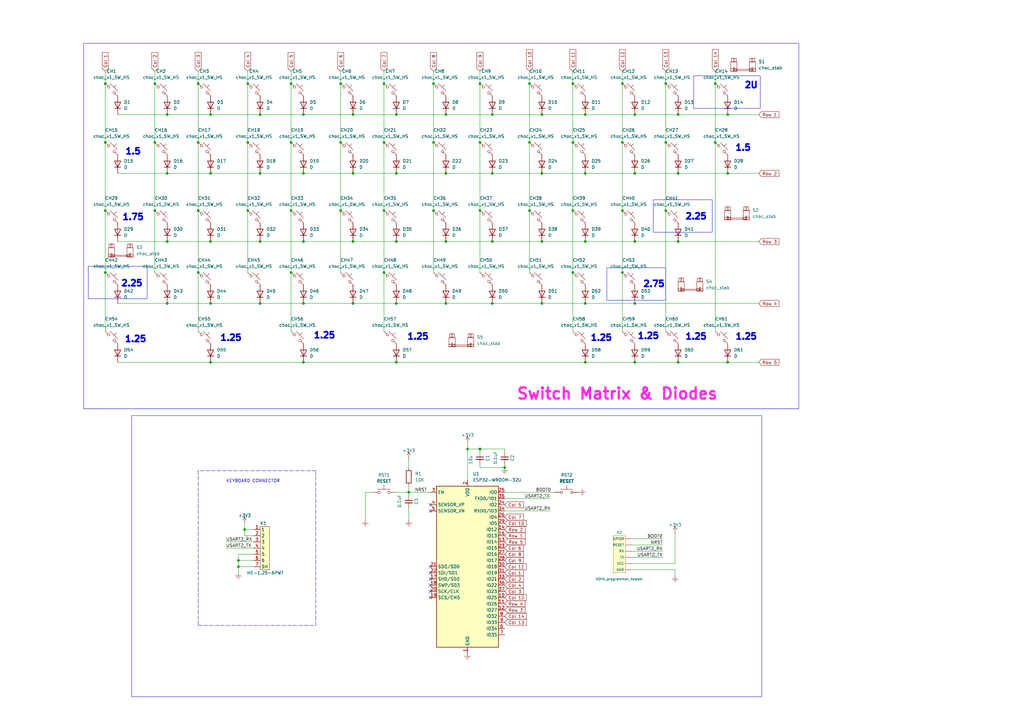
<source format=kicad_sch>
(kicad_sch (version 20231120) (generator "eeschema") (generator_version "8.0")
  (paper "A3")
  (lib_symbols
    (symbol "Device:C_Small" (pin_numbers hide) (pin_names (offset 0.254) hide)
      (property "Reference" "C" (at 0.254 1.778 0))
      (property "Value" "C_Small" (at 0.254 -2.032 0))
      (symbol "C_Small_1_1"
        (pin passive line (at 0 2.54 270) (length 2.032) (name "~") (number "1"))
        (pin passive line (at 0 -2.54 90) (length 2.032) (name "~") (number "2"))
      )
    )
    (symbol "Device:D" (pin_numbers hide) (pin_names (offset 1.016) hide)
      (property "Reference" "D" (at 0 2.54 0))
      (property "Value" "D" (at 0 -2.54 0))
      (symbol "D_1_1"
        (pin passive line (at -3.81 0 0) (length 2.54) (name "K") (number "1"))
        (pin passive line (at 3.81 0 180) (length 2.54) (name "A") (number "2"))
      )
    )
    (symbol "Device:R" (pin_numbers hide) (pin_names (offset 0))
      (property "Reference" "R" (at 2.032 0 90))
      (property "Value" "R" (at 0 0 90))
      (symbol "R_1_1"
        (pin passive line (at 0 3.81 270) (length 1.27) (name "~") (number "1"))
        (pin passive line (at 0 -3.81 90) (length 1.27) (name "~") (number "2"))
      )
    )
    (symbol "RF_Module:ESP32-WROOM-32U"
      (property "Reference" "U" (at -12.7 34.29 0))
      (property "Value" "ESP32-WROOM-32U" (at 1.27 34.29 0))
      (symbol "ESP32-WROOM-32U_1_1"
        (pin power_in line (at 0 -35.56 90) (length 2.54) (name "GND") (number "1"))
        (pin bidirectional line (at 15.24 -12.7 180) (length 2.54) (name "IO25") (number "10"))
        (pin bidirectional line (at 15.24 -15.24 180) (length 2.54) (name "IO26") (number "11"))
        (pin bidirectional line (at 15.24 -17.78 180) (length 2.54) (name "IO27") (number "12"))
        (pin bidirectional line (at 15.24 10.16 180) (length 2.54) (name "IO14") (number "13"))
        (pin bidirectional line (at 15.24 15.24 180) (length 2.54) (name "IO12") (number "14"))
        (pin passive line (at 0 -35.56 90) (length 2.54) hide (name "GND") (number "15"))
        (pin bidirectional line (at 15.24 12.7 180) (length 2.54) (name "IO13") (number "16"))
        (pin bidirectional line (at -15.24 -5.08 0) (length 2.54) (name "SHD/SD2") (number "17"))
        (pin bidirectional line (at -15.24 -7.62 0) (length 2.54) (name "SWP/SD3") (number "18"))
        (pin bidirectional line (at -15.24 -12.7 0) (length 2.54) (name "SCS/CMD") (number "19"))
        (pin power_in line (at 0 35.56 270) (length 2.54) (name "VDD") (number "2"))
        (pin bidirectional line (at -15.24 -10.16 0) (length 2.54) (name "SCK/CLK") (number "20"))
        (pin bidirectional line (at -15.24 0 0) (length 2.54) (name "SDO/SD0") (number "21"))
        (pin bidirectional line (at -15.24 -2.54 0) (length 2.54) (name "SDI/SD1") (number "22"))
        (pin bidirectional line (at 15.24 7.62 180) (length 2.54) (name "IO15") (number "23"))
        (pin bidirectional line (at 15.24 25.4 180) (length 2.54) (name "IO2") (number "24"))
        (pin bidirectional line (at 15.24 30.48 180) (length 2.54) (name "IO0") (number "25"))
        (pin bidirectional line (at 15.24 20.32 180) (length 2.54) (name "IO4") (number "26"))
        (pin bidirectional line (at 15.24 5.08 180) (length 2.54) (name "IO16") (number "27"))
        (pin bidirectional line (at 15.24 2.54 180) (length 2.54) (name "IO17") (number "28"))
        (pin bidirectional line (at 15.24 17.78 180) (length 2.54) (name "IO5") (number "29"))
        (pin input line (at -15.24 30.48 0) (length 2.54) (name "EN") (number "3"))
        (pin bidirectional line (at 15.24 0 180) (length 2.54) (name "IO18") (number "30"))
        (pin bidirectional line (at 15.24 -2.54 180) (length 2.54) (name "IO19") (number "31"))
        (pin no_connect line (at -12.7 -27.94 0) (length 2.54) hide (name "NC") (number "32"))
        (pin bidirectional line (at 15.24 -5.08 180) (length 2.54) (name "IO21") (number "33"))
        (pin bidirectional line (at 15.24 22.86 180) (length 2.54) (name "RXD0/IO3") (number "34"))
        (pin bidirectional line (at 15.24 27.94 180) (length 2.54) (name "TXD0/IO1") (number "35"))
        (pin bidirectional line (at 15.24 -7.62 180) (length 2.54) (name "IO22") (number "36"))
        (pin bidirectional line (at 15.24 -10.16 180) (length 2.54) (name "IO23") (number "37"))
        (pin passive line (at 0 -35.56 90) (length 2.54) hide (name "GND") (number "38"))
        (pin passive line (at 0 -35.56 90) (length 2.54) hide (name "GND") (number "39"))
        (pin input line (at -15.24 25.4 0) (length 2.54) (name "SENSOR_VP") (number "4"))
        (pin input line (at -15.24 22.86 0) (length 2.54) (name "SENSOR_VN") (number "5"))
        (pin input line (at 15.24 -25.4 180) (length 2.54) (name "IO34") (number "6"))
        (pin input line (at 15.24 -27.94 180) (length 2.54) (name "IO35") (number "7"))
        (pin bidirectional line (at 15.24 -20.32 180) (length 2.54) (name "IO32") (number "8"))
        (pin bidirectional line (at 15.24 -22.86 180) (length 2.54) (name "IO33") (number "9"))
      )
    )
    (symbol "Soldered symbols:HC-1.25-6PWT"
      (property "Reference" "K" (at 0 10.16 0))
      (property "Value" " HC-1.25-6PWT" (at 0 -10.16 0))
      (symbol "HC-1.25-6PWT_1_1"
        (pin passive line (at -3.81 7.62 0) (length 2.54) (name "1") (number "1"))
        (pin passive line (at -3.81 5.08 0) (length 2.54) (name "2") (number "2"))
        (pin passive line (at -3.81 2.54 0) (length 2.54) (name "3") (number "3"))
        (pin passive line (at -3.81 0 0) (length 2.54) (name "4") (number "4"))
        (pin passive line (at -3.81 -2.54 0) (length 2.54) (name "5") (number "5"))
        (pin passive line (at -3.81 -5.08 0) (length 2.54) (name "6") (number "6"))
        (pin passive line (at -3.81 -7.62 0) (length 2.54) (name "SH") (number "7"))
      )
    )
    (symbol "Soldered symbols:NOVA_programmer_header" (pin_numbers hide)
      (property "Reference" "K" (at 0 8.89 0))
      (property "Value" "NOVA_programmer_header" (at 0 -8.89 0))
      (symbol "NOVA_programmer_header_1_1"
        (pin passive line (at 5.08 -6.35 180) (length 2.54) (name "GND") (number "1"))
        (pin passive line (at 5.08 -3.81 180) (length 2.54) (name "VCC") (number "2"))
        (pin passive line (at 5.08 -1.27 180) (length 2.54) (name "TX") (number "3"))
        (pin passive line (at 5.08 1.27 180) (length 2.54) (name "RX") (number "4"))
        (pin passive line (at 5.08 3.81 180) (length 2.54) (name "RESET") (number "5"))
        (pin passive line (at 5.08 6.35 180) (length 2.54) (name "GPIO0") (number "6"))
      )
    )
    (symbol "Switch:SW_Push" (pin_numbers hide) (pin_names (offset 1.016) hide)
      (property "Reference" "SW" (at 1.27 2.54 0))
      (property "Value" "SW_Push" (at 0 -1.524 0))
      (symbol "SW_Push_0_1"
        (pin passive line (at -5.08 0 0) (length 2.54) (name "1") (number "1"))
        (pin passive line (at 5.08 0 180) (length 2.54) (name "2") (number "2"))
      )
    )
    (symbol "marbastlib-choc.kicad_sym:choc_stab" (pin_names (offset 1.016))
      (property "Reference" "S" (at -5.08 6.35 0))
      (property "Value" "choc_stab" (at -5.08 3.81 0))
    )
    (symbol "marbastlib-choc.kicad_sym:choc_v1_SW_HS_CPG135001S30" (pin_numbers hide) (pin_names (offset 1.016) hide)
      (property "Reference" "CH" (at 3.048 1.016 0))
      (property "Value" "choc_v1_SW_HS" (at 0 -3.81 0))
      (symbol "choc_v1_SW_HS_CPG135001S30_0_1"
        (pin passive line (at -2.54 2.54 0) (length 0) (name "1") (number "1"))
        (pin passive line (at 2.54 -2.54 180) (length 0) (name "2") (number "2"))
      )
    )
    (symbol "power:+3V3" (power) (pin_names (offset 0))
      (property "Value" "+3V3" (at 0 3.556 0))
      (symbol "+3V3_1_1"
        (pin power_in line (at 0 0 90) (length 0) hide (name "+3V3") (number "1"))
      )
    )
    (symbol "power:Earth" (power) (pin_names (offset 0))
      (symbol "Earth_1_1"
        (pin power_in line (at 0 0 270) (length 0) hide (name "Earth") (number "1"))
      )
    )
  )
  (junction (at 234.95 86.36))
  (junction (at 68.58 71.12))
  (junction (at 278.13 46.99))
  (junction (at 177.8 58.42))
  (junction (at 260.35 148.59))
  (junction (at 63.5 58.42))
  (junction (at 157.48 34.29))
  (junction (at 293.37 58.42))
  (junction (at 101.6 86.36))
  (junction (at 255.27 86.36))
  (junction (at 240.03 46.99))
  (junction (at 207.01 191.77))
  (junction (at 273.05 34.29))
  (junction (at 119.38 58.42))
  (junction (at 191.77 184.15))
  (junction (at 182.88 124.46))
  (junction (at 182.88 99.06))
  (junction (at 86.36 124.46))
  (junction (at 139.7 86.36))
  (junction (at 162.56 46.99))
  (junction (at 255.27 111.76))
  (junction (at 97.79 232.41))
  (junction (at 260.35 124.46))
  (junction (at 240.03 71.12))
  (junction (at 81.28 111.76))
  (junction (at 298.45 71.12))
  (junction (at 162.56 124.46))
  (junction (at 255.27 34.29))
  (junction (at 106.68 124.46))
  (junction (at 43.18 86.36))
  (junction (at 182.88 46.99))
  (junction (at 144.78 71.12))
  (junction (at 139.7 58.42))
  (junction (at 68.58 124.46))
  (junction (at 157.48 58.42))
  (junction (at 43.18 34.29))
  (junction (at 222.25 99.06))
  (junction (at 81.28 58.42))
  (junction (at 144.78 46.99))
  (junction (at 234.95 58.42))
  (junction (at 196.85 34.29))
  (junction (at 240.03 148.59))
  (junction (at 63.5 34.29))
  (junction (at 100.33 217.17))
  (junction (at 106.68 46.99))
  (junction (at 196.85 86.36))
  (junction (at 273.05 58.42))
  (junction (at 196.85 184.15))
  (junction (at 86.36 46.99))
  (junction (at 201.93 124.46))
  (junction (at 162.56 99.06))
  (junction (at 106.68 99.06))
  (junction (at 43.18 111.76))
  (junction (at 101.6 34.29))
  (junction (at 298.45 46.99))
  (junction (at 222.25 71.12))
  (junction (at 43.18 58.42))
  (junction (at 260.35 46.99))
  (junction (at 86.36 99.06))
  (junction (at 278.13 71.12))
  (junction (at 106.68 71.12))
  (junction (at 196.85 58.42))
  (junction (at 139.7 34.29))
  (junction (at 124.46 99.06))
  (junction (at 260.35 99.06))
  (junction (at 177.8 86.36))
  (junction (at 222.25 124.46))
  (junction (at 81.28 34.29))
  (junction (at 81.28 86.36))
  (junction (at 101.6 58.42))
  (junction (at 167.64 201.93))
  (junction (at 217.17 86.36))
  (junction (at 144.78 99.06))
  (junction (at 86.36 148.59))
  (junction (at 97.79 229.87))
  (junction (at 278.13 99.06))
  (junction (at 234.95 111.76))
  (junction (at 201.93 71.12))
  (junction (at 124.46 148.59))
  (junction (at 201.93 99.06))
  (junction (at 217.17 34.29))
  (junction (at 119.38 86.36))
  (junction (at 124.46 124.46))
  (junction (at 68.58 46.99))
  (junction (at 298.45 148.59))
  (junction (at 124.46 46.99))
  (junction (at 119.38 111.76))
  (junction (at 217.17 58.42))
  (junction (at 119.38 34.29))
  (junction (at 278.13 148.59))
  (junction (at 222.25 46.99))
  (junction (at 177.8 34.29))
  (junction (at 162.56 148.59))
  (junction (at 63.5 86.36))
  (junction (at 157.48 86.36))
  (junction (at 255.27 58.42))
  (junction (at 124.46 71.12))
  (junction (at 144.78 124.46))
  (junction (at 234.95 34.29))
  (junction (at 293.37 34.29))
  (junction (at 68.58 99.06))
  (junction (at 86.36 71.12))
  (junction (at 157.48 111.76))
  (junction (at 182.88 71.12))
  (junction (at 201.93 46.99))
  (junction (at 260.35 71.12))
  (junction (at 240.03 124.46))
  (junction (at 240.03 99.06))
  (junction (at 162.56 71.12))
  (junction (at 273.05 86.36))
  (no_connect (at 176.53 232.41))
  (no_connect (at 176.53 240.03))
  (no_connect (at 176.53 234.95))
  (no_connect (at 176.53 245.11))
  (no_connect (at 176.53 207.01))
  (no_connect (at 176.53 237.49))
  (no_connect (at 176.53 242.57))
  (no_connect (at 176.53 209.55))
  (wire (pts (xy 48.26 99.06) (xy 68.58 99.06)))
  (wire (pts (xy 234.95 86.36) (xy 234.95 111.76)))
  (wire (pts (xy 259.08 233.68) (xy 276.86 233.68)))
  (wire (pts (xy 63.5 34.29) (xy 63.5 58.42)))
  (wire (pts (xy 162.56 148.59) (xy 240.03 148.59)))
  (wire (pts (xy 273.05 29.21) (xy 273.05 34.29)))
  (wire (pts (xy 119.38 111.76) (xy 119.38 135.89)))
  (wire (pts (xy 196.85 86.36) (xy 196.85 111.76)))
  (wire (pts (xy 162.56 71.12) (xy 182.88 71.12)))
  (wire (pts (xy 48.26 71.12) (xy 68.58 71.12)))
  (wire (pts (xy 196.85 184.15) (xy 196.85 185.42)))
  (wire (pts (xy 48.26 124.46) (xy 68.58 124.46)))
  (wire (pts (xy 63.5 29.21) (xy 63.5 34.29)))
  (wire (pts (xy 222.25 124.46) (xy 240.03 124.46)))
  (wire (pts (xy 48.26 148.59) (xy 86.36 148.59)))
  (wire (pts (xy 86.36 71.12) (xy 106.68 71.12)))
  (wire (pts (xy 255.27 111.76) (xy 255.27 135.89)))
  (wire (pts (xy 240.03 124.46) (xy 260.35 124.46)))
  (wire (pts (xy 68.58 46.99) (xy 86.36 46.99)))
  (wire (pts (xy 260.35 148.59) (xy 278.13 148.59)))
  (wire (pts (xy 106.68 71.12) (xy 124.46 71.12)))
  (wire (pts (xy 144.78 124.46) (xy 162.56 124.46)))
  (polyline (pts (xy 81.28 193.04) (xy 81.28 256.54)) (stroke (width 0) (type dash)))
  (wire (pts (xy 92.71 224.79) (xy 104.14 224.79)))
  (wire (pts (xy 157.48 111.76) (xy 157.48 135.89)))
  (wire (pts (xy 191.77 184.15) (xy 191.77 196.85)))
  (wire (pts (xy 273.05 86.36) (xy 273.05 135.89)))
  (wire (pts (xy 48.26 46.99) (xy 68.58 46.99)))
  (wire (pts (xy 124.46 46.99) (xy 144.78 46.99)))
  (wire (pts (xy 255.27 34.29) (xy 255.27 58.42)))
  (wire (pts (xy 201.93 46.99) (xy 222.25 46.99)))
  (wire (pts (xy 104.14 219.71) (xy 100.33 219.71)))
  (wire (pts (xy 139.7 34.29) (xy 139.7 58.42)))
  (wire (pts (xy 100.33 219.71) (xy 100.33 217.17)))
  (wire (pts (xy 255.27 29.21) (xy 255.27 34.29)))
  (wire (pts (xy 104.14 217.17) (xy 100.33 217.17)))
  (wire (pts (xy 259.08 226.06) (xy 271.78 226.06)))
  (wire (pts (xy 81.28 111.76) (xy 81.28 135.89)))
  (wire (pts (xy 81.28 86.36) (xy 81.28 111.76)))
  (wire (pts (xy 68.58 99.06) (xy 86.36 99.06)))
  (wire (pts (xy 196.85 191.77) (xy 196.85 190.5)))
  (wire (pts (xy 81.28 34.29) (xy 81.28 58.42)))
  (wire (pts (xy 222.25 71.12) (xy 240.03 71.12)))
  (wire (pts (xy 157.48 34.29) (xy 157.48 58.42)))
  (wire (pts (xy 276.86 233.68) (xy 276.86 236.22)))
  (wire (pts (xy 119.38 86.36) (xy 119.38 111.76)))
  (wire (pts (xy 106.68 46.99) (xy 124.46 46.99)))
  (wire (pts (xy 162.56 201.93) (xy 167.64 201.93)))
  (wire (pts (xy 240.03 46.99) (xy 260.35 46.99)))
  (wire (pts (xy 144.78 46.99) (xy 162.56 46.99)))
  (wire (pts (xy 104.14 229.87) (xy 97.79 229.87)))
  (wire (pts (xy 124.46 99.06) (xy 144.78 99.06)))
  (wire (pts (xy 177.8 86.36) (xy 177.8 111.76)))
  (wire (pts (xy 177.8 29.21) (xy 177.8 34.29)))
  (wire (pts (xy 139.7 58.42) (xy 139.7 86.36)))
  (wire (pts (xy 167.64 187.96) (xy 167.64 191.77)))
  (wire (pts (xy 196.85 34.29) (xy 196.85 58.42)))
  (wire (pts (xy 97.79 232.41) (xy 97.79 234.95)))
  (wire (pts (xy 293.37 58.42) (xy 293.37 135.89)))
  (wire (pts (xy 43.18 58.42) (xy 43.18 86.36)))
  (wire (pts (xy 259.08 220.98) (xy 271.78 220.98)))
  (wire (pts (xy 162.56 46.99) (xy 182.88 46.99)))
  (wire (pts (xy 298.45 46.99) (xy 311.15 46.99)))
  (wire (pts (xy 106.68 99.06) (xy 124.46 99.06)))
  (wire (pts (xy 167.64 199.39) (xy 167.64 201.93)))
  (wire (pts (xy 225.806 209.55) (xy 207.01 209.55)))
  (wire (pts (xy 217.17 86.36) (xy 217.17 111.76)))
  (wire (pts (xy 273.05 58.42) (xy 273.05 86.36)))
  (wire (pts (xy 149.86 201.93) (xy 149.86 213.36)))
  (wire (pts (xy 222.25 99.06) (xy 240.03 99.06)))
  (wire (pts (xy 101.6 86.36) (xy 101.6 111.76)))
  (wire (pts (xy 86.36 124.46) (xy 106.68 124.46)))
  (wire (pts (xy 182.88 46.99) (xy 201.93 46.99)))
  (wire (pts (xy 201.93 99.06) (xy 222.25 99.06)))
  (wire (pts (xy 278.13 46.99) (xy 298.45 46.99)))
  (wire (pts (xy 152.4 201.93) (xy 149.86 201.93)))
  (wire (pts (xy 119.38 34.29) (xy 119.38 58.42)))
  (wire (pts (xy 104.14 227.33) (xy 97.79 227.33)))
  (wire (pts (xy 259.08 223.52) (xy 271.78 223.52)))
  (wire (pts (xy 101.6 58.42) (xy 101.6 86.36)))
  (wire (pts (xy 260.35 71.12) (xy 278.13 71.12)))
  (wire (pts (xy 63.5 86.36) (xy 63.5 111.76)))
  (wire (pts (xy 298.45 148.59) (xy 311.15 148.59)))
  (wire (pts (xy 124.46 71.12) (xy 144.78 71.12)))
  (wire (pts (xy 101.6 29.21) (xy 101.6 34.29)))
  (wire (pts (xy 217.17 29.21) (xy 217.17 34.29)))
  (wire (pts (xy 201.93 124.46) (xy 222.25 124.46)))
  (wire (pts (xy 255.27 58.42) (xy 255.27 86.36)))
  (wire (pts (xy 196.85 191.77) (xy 207.01 191.77)))
  (wire (pts (xy 196.85 58.42) (xy 196.85 86.36)))
  (wire (pts (xy 144.78 71.12) (xy 162.56 71.12)))
  (wire (pts (xy 139.7 29.21) (xy 139.7 34.29)))
  (wire (pts (xy 97.79 232.41) (xy 104.14 232.41)))
  (wire (pts (xy 182.88 124.46) (xy 201.93 124.46)))
  (polyline (pts (xy 81.28 256.54) (xy 129.54 256.54)) (stroke (width 0) (type dash)))
  (wire (pts (xy 225.552 204.47) (xy 207.01 204.47)))
  (wire (pts (xy 81.28 58.42) (xy 81.28 86.36)))
  (wire (pts (xy 92.71 222.25) (xy 104.14 222.25)))
  (wire (pts (xy 298.45 71.12) (xy 311.15 71.12)))
  (wire (pts (xy 86.36 99.06) (xy 106.68 99.06)))
  (wire (pts (xy 139.7 86.36) (xy 139.7 111.76)))
  (polyline (pts (xy 129.54 256.54) (xy 129.54 193.04)) (stroke (width 0) (type dash)))
  (wire (pts (xy 260.35 46.99) (xy 278.13 46.99)))
  (wire (pts (xy 196.85 29.21) (xy 196.85 34.29)))
  (wire (pts (xy 234.95 29.21) (xy 234.95 34.29)))
  (wire (pts (xy 191.77 181.61) (xy 191.77 184.15)))
  (wire (pts (xy 68.58 71.12) (xy 86.36 71.12)))
  (wire (pts (xy 144.78 99.06) (xy 162.56 99.06)))
  (wire (pts (xy 278.13 99.06) (xy 311.15 99.06)))
  (wire (pts (xy 191.77 184.15) (xy 196.85 184.15)))
  (wire (pts (xy 157.48 86.36) (xy 157.48 111.76)))
  (wire (pts (xy 43.18 111.76) (xy 43.18 135.89)))
  (wire (pts (xy 119.38 58.42) (xy 119.38 86.36)))
  (wire (pts (xy 217.17 34.29) (xy 217.17 58.42)))
  (wire (pts (xy 119.38 29.21) (xy 119.38 34.29)))
  (wire (pts (xy 259.08 228.6) (xy 271.78 228.6)))
  (wire (pts (xy 207.01 191.77) (xy 207.01 190.5)))
  (wire (pts (xy 196.85 184.15) (xy 207.01 184.15)))
  (wire (pts (xy 97.79 229.87) (xy 97.79 232.41)))
  (wire (pts (xy 240.03 71.12) (xy 260.35 71.12)))
  (wire (pts (xy 276.86 218.44) (xy 276.86 231.14)))
  (wire (pts (xy 157.48 58.42) (xy 157.48 86.36)))
  (wire (pts (xy 63.5 58.42) (xy 63.5 86.36)))
  (wire (pts (xy 167.64 203.2) (xy 167.64 201.93)))
  (wire (pts (xy 43.18 29.21) (xy 43.18 34.29)))
  (wire (pts (xy 278.13 71.12) (xy 298.45 71.12)))
  (wire (pts (xy 260.35 99.06) (xy 278.13 99.06)))
  (wire (pts (xy 167.64 201.93) (xy 176.53 201.93)))
  (wire (pts (xy 86.36 46.99) (xy 106.68 46.99)))
  (wire (pts (xy 234.95 111.76) (xy 234.95 135.89)))
  (wire (pts (xy 100.33 217.17) (xy 100.33 214.63)))
  (wire (pts (xy 234.95 58.42) (xy 234.95 86.36)))
  (wire (pts (xy 162.56 99.06) (xy 182.88 99.06)))
  (wire (pts (xy 240.03 99.06) (xy 260.35 99.06)))
  (wire (pts (xy 124.46 148.59) (xy 162.56 148.59)))
  (wire (pts (xy 106.68 124.46) (xy 124.46 124.46)))
  (wire (pts (xy 182.88 71.12) (xy 201.93 71.12)))
  (wire (pts (xy 182.88 99.06) (xy 201.93 99.06)))
  (wire (pts (xy 177.8 58.42) (xy 177.8 86.36)))
  (wire (pts (xy 293.37 34.29) (xy 293.37 58.42)))
  (wire (pts (xy 43.18 86.36) (xy 43.18 111.76)))
  (wire (pts (xy 101.6 34.29) (xy 101.6 58.42)))
  (wire (pts (xy 157.48 29.21) (xy 157.48 34.29)))
  (wire (pts (xy 260.35 124.46) (xy 311.15 124.46)))
  (wire (pts (xy 273.05 34.29) (xy 273.05 58.42)))
  (wire (pts (xy 207.01 201.93) (xy 227.33 201.93)))
  (wire (pts (xy 68.58 124.46) (xy 86.36 124.46)))
  (wire (pts (xy 86.36 148.59) (xy 124.46 148.59)))
  (wire (pts (xy 240.03 148.59) (xy 260.35 148.59)))
  (wire (pts (xy 43.18 34.29) (xy 43.18 58.42)))
  (wire (pts (xy 278.13 148.59) (xy 298.45 148.59)))
  (wire (pts (xy 177.8 34.29) (xy 177.8 58.42)))
  (polyline (pts (xy 129.54 193.04) (xy 81.28 193.04)) (stroke (width 0) (type dash)))
  (wire (pts (xy 207.01 184.15) (xy 207.01 185.42)))
  (wire (pts (xy 217.17 58.42) (xy 217.17 86.36)))
  (wire (pts (xy 234.95 34.29) (xy 234.95 58.42)))
  (wire (pts (xy 222.25 46.99) (xy 240.03 46.99)))
  (wire (pts (xy 97.79 227.33) (xy 97.79 229.87)))
  (wire (pts (xy 201.93 71.12) (xy 222.25 71.12)))
  (wire (pts (xy 259.08 231.14) (xy 276.86 231.14)))
  (wire (pts (xy 162.56 124.46) (xy 182.88 124.46)))
  (wire (pts (xy 167.64 208.28) (xy 167.64 213.36)))
  (wire (pts (xy 124.46 124.46) (xy 144.78 124.46)))
  (wire (pts (xy 293.37 29.21) (xy 293.37 34.29)))
  (wire (pts (xy 255.27 86.36) (xy 255.27 111.76)))
  (wire (pts (xy 81.28 29.21) (xy 81.28 34.29)))
  (rectangle (start 248.92 109.855) (end 273.05 123.19))
  (rectangle (start 284.48 31.115) (end 311.785 44.45))
  (rectangle (start 267.97 81.915) (end 292.1 95.25))
  (rectangle (start 53.975 170.434) (end 312.42 285.75))
  (rectangle (start 34.29 17.78) (end 327.66 167.64))
  (rectangle (start 36.195 109.22) (end 60.325 122.555))
  (text "1.25\n" (at 246.634 138.684 0) (effects (font (size 2.54 2.54) (thickness 1.016) (bold yes))))
  (text "KEYBOARD CONNECTOR" (at 92.71 198.12 0) (effects (font (size 1.27 1.27)) (justify left bottom)))
  (text "2U" (at 308.102 35.052 0) (effects (font (size 2.54 2.54) (thickness 1.016) (bold yes))))
  (text "1.25\n" (at 55.626 139.192 0) (effects (font (size 2.54 2.54) (thickness 1.016) (bold yes))))
  (text "1.25\n" (at 306.07 138.176 0) (effects (font (size 2.54 2.54) (thickness 1.016) (bold yes))))
  (text "1.25\n" (at 94.742 138.684 0) (effects (font (size 2.54 2.54) (thickness 1.016) (bold yes))))
  (text "2.75" (at 268.224 116.586 0) (effects (font (size 2.54 2.54) (thickness 1.016) (bold yes))))
  (text "2.25" (at 54.102 116.332 0) (effects (font (size 2.54 2.54) (thickness 1.016) (bold yes))))
  (text "1.25\n" (at 265.938 137.922 0) (effects (font (size 2.54 2.54) (thickness 1.016) (bold yes))))
  (text "Switch Matrix & Diodes" (at 211.582 164.338 0) (effects (font (size 4.6 4.6) (thickness 0.92) (bold yes)) (justify left bottom)))
  (text "1.5\n" (at 304.8 60.706 0) (effects (font (size 2.54 2.54) (thickness 1.016) (bold yes))))
  (text "1.75" (at 54.61 89.154 0) (effects (font (size 2.54 2.54) (thickness 1.016) (bold yes))))
  (text "1.25\n" (at 285.496 138.176 0) (effects (font (size 2.54 2.54) (thickness 1.016) (bold yes))))
  (text "2.25" (at 285.496 88.9 0) (effects (font (size 2.54 2.54) (thickness 1.016) (bold yes))))
  (text "1.25\n" (at 133.096 137.668 0) (effects (font (size 2.54 2.54) (thickness 1.016) (bold yes))))
  (text "1.5" (at 54.61 62.23 0) (effects (font (size 2.54 2.54) (thickness 1.016) (bold yes))))
  (text "1.25\n" (at 171.45 138.176 0) (effects (font (size 2.54 2.54) (thickness 1.016) (bold yes))))
  (label "USART2_RX" (at 225.806 209.55 180))
  (label "NRST" (at 170.18 201.93 0))
  (label "USART2_TX" (at 92.71 224.79 0))
  (label "NRST" (at 271.78 223.52 180))
  (label "BOOT0" (at 271.78 220.98 180))
  (label "USART2_TX" (at 225.552 204.47 180))
  (label "USART2_RX" (at 271.78 226.06 180))
  (label "BOOT0" (at 219.71 201.93 0))
  (label "USART2_TX" (at 271.78 228.6 180))
  (label "USART2_RX" (at 92.71 222.25 0))
  (global_label "Col 2" (shape input) (at 207.01 237.49 0) (property "Intersheetrefs" "${INTERSHEET_REFS}" (effects (hide yes))))
  (global_label "Row 4" (shape input) (at 311.15 124.46 0) (property "Intersheetrefs" "${INTERSHEET_REFS}" (effects (hide yes))))
  (global_label "Col 7" (shape input) (at 157.48 29.21 90) (property "Intersheetrefs" "${INTERSHEET_REFS}" (effects (hide yes))))
  (global_label "Col 14" (shape input) (at 293.37 29.21 90) (property "Intersheetrefs" "${INTERSHEET_REFS}" (effects (hide yes))))
  (global_label "Col 1" (shape input) (at 43.18 29.21 90) (property "Intersheetrefs" "${INTERSHEET_REFS}" (effects (hide yes))))
  (global_label "Col 11" (shape input) (at 207.01 232.41 0) (property "Intersheetrefs" "${INTERSHEET_REFS}" (effects (hide yes))))
  (global_label "Col 10" (shape input) (at 217.17 29.21 90) (property "Intersheetrefs" "${INTERSHEET_REFS}" (effects (hide yes))))
  (global_label "Row 4" (shape input) (at 207.01 247.65 0) (property "Intersheetrefs" "${INTERSHEET_REFS}" (effects (hide yes))))
  (global_label "Row 5" (shape input) (at 207.01 222.25 0) (property "Intersheetrefs" "${INTERSHEET_REFS}" (effects (hide yes))))
  (global_label "Col 4" (shape input) (at 101.6 29.21 90) (property "Intersheetrefs" "${INTERSHEET_REFS}" (effects (hide yes))))
  (global_label "Col 6" (shape input) (at 207.01 224.79 0) (property "Intersheetrefs" "${INTERSHEET_REFS}" (effects (hide yes))))
  (global_label "Row 5" (shape input) (at 311.15 148.59 0) (property "Intersheetrefs" "${INTERSHEET_REFS}" (effects (hide yes))))
  (global_label "Col 11" (shape input) (at 234.95 29.21 90) (property "Intersheetrefs" "${INTERSHEET_REFS}" (effects (hide yes))))
  (global_label "Col 8" (shape input) (at 207.01 227.33 0) (property "Intersheetrefs" "${INTERSHEET_REFS}" (effects (hide yes))))
  (global_label "Col 5" (shape input) (at 119.38 29.21 90) (property "Intersheetrefs" "${INTERSHEET_REFS}" (effects (hide yes))))
  (global_label "Col 10" (shape input) (at 207.01 214.63 0) (property "Intersheetrefs" "${INTERSHEET_REFS}" (effects (hide yes))))
  (global_label "Col 5" (shape input) (at 207.01 207.01 0) (property "Intersheetrefs" "${INTERSHEET_REFS}" (effects (hide yes))))
  (global_label "Col 9" (shape input) (at 207.01 229.87 0) (property "Intersheetrefs" "${INTERSHEET_REFS}" (effects (hide yes))))
  (global_label "Col 3" (shape input) (at 207.01 242.57 0) (property "Intersheetrefs" "${INTERSHEET_REFS}" (effects (hide yes))))
  (global_label "Col 9" (shape input) (at 196.85 29.21 90) (property "Intersheetrefs" "${INTERSHEET_REFS}" (effects (hide yes))))
  (global_label "Row 2" (shape input) (at 207.01 217.17 0) (property "Intersheetrefs" "${INTERSHEET_REFS}" (effects (hide yes))))
  (global_label "Col 12" (shape input) (at 255.27 29.21 90) (property "Intersheetrefs" "${INTERSHEET_REFS}" (effects (hide yes))))
  (global_label "Col 14" (shape input) (at 207.01 252.73 0) (property "Intersheetrefs" "${INTERSHEET_REFS}" (effects (hide yes))))
  (global_label "Col 6" (shape input) (at 139.7 29.21 90) (property "Intersheetrefs" "${INTERSHEET_REFS}" (effects (hide yes))))
  (global_label "Col 8" (shape input) (at 177.8 29.21 90) (property "Intersheetrefs" "${INTERSHEET_REFS}" (effects (hide yes))))
  (global_label "Row 1" (shape input) (at 207.01 219.71 0) (property "Intersheetrefs" "${INTERSHEET_REFS}" (effects (hide yes))))
  (global_label "Row 3" (shape input) (at 207.01 250.19 0) (property "Intersheetrefs" "${INTERSHEET_REFS}" (effects (hide yes))))
  (global_label "Col 2" (shape input) (at 63.5 29.21 90) (property "Intersheetrefs" "${INTERSHEET_REFS}" (effects (hide yes))))
  (global_label "Col 13" (shape input) (at 273.05 29.21 90) (property "Intersheetrefs" "${INTERSHEET_REFS}" (effects (hide yes))))
  (global_label "Col 13" (shape input) (at 207.01 255.27 0) (property "Intersheetrefs" "${INTERSHEET_REFS}" (effects (hide yes))))
  (global_label "Col 4" (shape input) (at 207.01 240.03 0) (property "Intersheetrefs" "${INTERSHEET_REFS}" (effects (hide yes))))
  (global_label "Row 2" (shape input) (at 311.15 71.12 0) (property "Intersheetrefs" "${INTERSHEET_REFS}" (effects (hide yes))))
  (global_label "Col 3" (shape input) (at 81.28 29.21 90) (property "Intersheetrefs" "${INTERSHEET_REFS}" (effects (hide yes))))
  (global_label "Row 1" (shape input) (at 311.15 46.99 0) (property "Intersheetrefs" "${INTERSHEET_REFS}" (effects (hide yes))))
  (global_label "Col 1" (shape input) (at 207.01 234.95 0) (property "Intersheetrefs" "${INTERSHEET_REFS}" (effects (hide yes))))
  (global_label "Col 7" (shape input) (at 207.01 212.09 0) (property "Intersheetrefs" "${INTERSHEET_REFS}" (effects (hide yes))))
  (global_label "Row 3" (shape input) (at 311.15 99.06 0) (property "Intersheetrefs" "${INTERSHEET_REFS}" (effects (hide yes))))
  (global_label "Col 12" (shape input) (at 207.01 245.11 0) (property "Intersheetrefs" "${INTERSHEET_REFS}" (effects (hide yes))))
  (symbol (lib_id "marbastlib-choc.kicad_sym:choc_v1_SW_HS_CPG135001S30") (at 257.81 88.9 0) (unit 1)
    (property "Reference" "CH40" (at 257.81 81.28 0))
    (property "Value" "choc_v1_SW_HS" (at 257.81 83.82 0))
    (property "Footprint" "Ahsan Libs:SW_choc_v1_HS_CPG135001S30_1u_custom" (effects (hide yes)))
    (property "Description" "Push button switch, normally open, two pins, 45° tilted" (effects (hide yes)))
    (property "JLCPCB part#" "C5333465 " (effects (hide yes)))
  )
  (symbol (lib_id "marbastlib-choc.kicad_sym:choc_v1_SW_HS_CPG135001S30") (at 180.34 114.3 0) (unit 1)
    (property "Reference" "CH49" (at 180.34 106.68 0))
    (property "Value" "choc_v1_SW_HS" (at 180.34 109.22 0))
    (property "Footprint" "Ahsan Libs:SW_choc_v1_HS_CPG135001S30_1u_custom" (effects (hide yes)))
    (property "Description" "Push button switch, normally open, two pins, 45° tilted" (effects (hide yes)))
    (property "JLCPCB part#" "C5333465 " (effects (hide yes)))
  )
  (symbol (lib_id "marbastlib-choc.kicad_sym:choc_v1_SW_HS_CPG135001S30") (at 45.72 138.43 0) (unit 1)
    (property "Reference" "CH54" (at 45.72 130.81 0))
    (property "Value" "choc_v1_SW_HS" (at 45.72 133.35 0))
    (property "Footprint" "Ahsan Lib:SW_choc_v1_HS_CPG135001S30_1.25u_custom" (effects (hide yes)))
    (property "Description" "Push button switch, normally open, two pins, 45° tilted" (effects (hide yes)))
    (property "JLCPCB part#" "C5333465 " (effects (hide yes)))
  )
  (symbol (lib_id "Device:D") (at 124.46 43.18 90) (unit 1)
    (property "Reference" "D5" (at 127 41.9099 90) (effects (justify right)))
    (property "Value" "D" (at 127 44.4499 90) (effects (justify right)))
    (property "Footprint" "Diode_SMD:D_SOD-123" (effects (hide yes)))
    (property "Description" "Diode" (effects (hide yes)))
    (property "JLCPCB part#" "C2099" (effects (hide yes)))
  )
  (symbol (lib_id "power:Earth") (at 237.49 201.93 90) (unit 1)
    (property "Reference" "#PWR04" (effects (hide yes)))
    (property "Value" "Earth" (effects (hide yes)))
  )
  (symbol (lib_id "Device:D") (at 106.68 120.65 90) (unit 1)
    (property "Reference" "D45" (at 109.22 119.3799 90) (effects (justify right)))
    (property "Value" "D" (at 109.22 121.9199 90) (effects (justify right)))
    (property "Footprint" "Diode_SMD:D_SOD-123" (effects (hide yes)))
    (property "Description" "Diode" (effects (hide yes)))
    (property "JLCPCB part#" "C2099" (effects (hide yes)))
  )
  (symbol (lib_id "Device:D") (at 124.46 120.65 90) (unit 1)
    (property "Reference" "D46" (at 127 119.3799 90) (effects (justify right)))
    (property "Value" "D" (at 127 121.9199 90) (effects (justify right)))
    (property "Footprint" "Diode_SMD:D_SOD-123" (effects (hide yes)))
    (property "Description" "Diode" (effects (hide yes)))
    (property "JLCPCB part#" "C2099" (effects (hide yes)))
  )
  (symbol (lib_id "marbastlib-choc.kicad_sym:choc_v1_SW_HS_CPG135001S30") (at 237.49 60.96 0) (unit 1)
    (property "Reference" "CH25" (at 237.49 53.34 0))
    (property "Value" "choc_v1_SW_HS" (at 237.49 55.88 0))
    (property "Footprint" "Ahsan Libs:SW_choc_v1_HS_CPG135001S30_1u_custom" (effects (hide yes)))
    (property "Description" "Push button switch, normally open, two pins, 45° tilted" (effects (hide yes)))
    (property "JLCPCB part#" "C5333465 " (effects (hide yes)))
  )
  (symbol (lib_id "marbastlib-choc.kicad_sym:choc_v1_SW_HS_CPG135001S30") (at 219.71 36.83 0) (unit 1)
    (property "Reference" "CH10" (at 219.71 29.21 0))
    (property "Value" "choc_v1_SW_HS" (at 219.71 31.75 0))
    (property "Footprint" "Ahsan Libs:SW_choc_v1_HS_CPG135001S30_1u_custom" (effects (hide yes)))
    (property "Description" "Push button switch, normally open, two pins, 45° tilted" (effects (hide yes)))
    (property "JLCPCB part#" "C5333465 " (effects (hide yes)))
  )
  (symbol (lib_id "marbastlib-choc.kicad_sym:choc_v1_SW_HS_CPG135001S30") (at 66.04 114.3 0) (unit 1)
    (property "Reference" "CH43" (at 66.04 106.68 0))
    (property "Value" "choc_v1_SW_HS" (at 66.04 109.22 0))
    (property "Footprint" "Ahsan Libs:SW_choc_v1_HS_CPG135001S30_1u_custom" (effects (hide yes)))
    (property "Description" "Push button switch, normally open, two pins, 45° tilted" (effects (hide yes)))
    (property "JLCPCB part#" "C5333465 " (effects (hide yes)))
  )
  (symbol (lib_id "marbastlib-choc.kicad_sym:choc_v1_SW_HS_CPG135001S30") (at 257.81 60.96 0) (unit 1)
    (property "Reference" "CH26" (at 257.81 53.34 0))
    (property "Value" "choc_v1_SW_HS" (at 257.81 55.88 0))
    (property "Footprint" "Ahsan Libs:SW_choc_v1_HS_CPG135001S30_1u_custom" (effects (hide yes)))
    (property "Description" "Push button switch, normally open, two pins, 45° tilted" (effects (hide yes)))
    (property "JLCPCB part#" "C5333465 " (effects (hide yes)))
  )
  (symbol (lib_id "power:Earth") (at 97.79 234.95 0) (unit 1)
    (property "Reference" "#PWR011" (effects (hide yes)))
    (property "Value" "Earth" (effects (hide yes)))
  )
  (symbol (lib_id "Device:D") (at 144.78 120.65 90) (unit 1)
    (property "Reference" "D47" (at 147.32 119.3799 90) (effects (justify right)))
    (property "Value" "D" (at 147.32 121.9199 90) (effects (justify right)))
    (property "Footprint" "Diode_SMD:D_SOD-123" (effects (hide yes)))
    (property "Description" "Diode" (effects (hide yes)))
    (property "JLCPCB part#" "C2099" (effects (hide yes)))
  )
  (symbol (lib_id "marbastlib-choc.kicad_sym:choc_v1_SW_HS_CPG135001S30") (at 83.82 60.96 0) (unit 1)
    (property "Reference" "CH17" (at 83.82 53.34 0))
    (property "Value" "choc_v1_SW_HS" (at 83.82 55.88 0))
    (property "Footprint" "Ahsan Libs:SW_choc_v1_HS_CPG135001S30_1u_custom" (effects (hide yes)))
    (property "Description" "Push button switch, normally open, two pins, 45° tilted" (effects (hide yes)))
    (property "JLCPCB part#" "C5333465 " (effects (hide yes)))
  )
  (symbol (lib_id "marbastlib-choc.kicad_sym:choc_v1_SW_HS_CPG135001S30") (at 45.72 60.96 0) (unit 1)
    (property "Reference" "CH15" (at 45.72 53.34 0))
    (property "Value" "choc_v1_SW_HS" (at 45.72 55.88 0))
    (property "Footprint" "Ahsan Lib:SW_choc_v1_HS_CPG135001S30_1.5u_custom" (effects (hide yes)))
    (property "Description" "Push button switch, normally open, two pins, 45° tilted" (effects (hide yes)))
    (property "JLCPCB part#" "C5333465 " (effects (hide yes)))
  )
  (symbol (lib_id "Device:D") (at 240.03 43.18 90) (unit 1)
    (property "Reference" "D11" (at 242.57 41.9099 90) (effects (justify right)))
    (property "Value" "D" (at 242.57 44.4499 90) (effects (justify right)))
    (property "Footprint" "Diode_SMD:D_SOD-123" (effects (hide yes)))
    (property "Description" "Diode" (effects (hide yes)))
    (property "JLCPCB part#" "C2099" (effects (hide yes)))
  )
  (symbol (lib_id "marbastlib-choc.kicad_sym:choc_v1_SW_HS_CPG135001S30") (at 237.49 138.43 0) (unit 1)
    (property "Reference" "CH58" (at 237.49 130.81 0))
    (property "Value" "choc_v1_SW_HS" (at 237.49 133.35 0))
    (property "Footprint" "Ahsan Lib:SW_choc_v1_HS_CPG135001S30_1.25u_custom" (effects (hide yes)))
    (property "Description" "Push button switch, normally open, two pins, 45° tilted" (effects (hide yes)))
    (property "JLCPCB part#" "C5333465 " (effects (hide yes)))
  )
  (symbol (lib_id "power:Earth") (at 207.01 191.77 0) (unit 1)
    (property "Reference" "#PWR03" (effects (hide yes)))
    (property "Value" "Earth" (effects (hide yes)))
  )
  (symbol (lib_id "marbastlib-choc.kicad_sym:choc_v1_SW_HS_CPG135001S30") (at 160.02 88.9 0) (unit 1)
    (property "Reference" "CH35" (at 160.02 81.28 0))
    (property "Value" "choc_v1_SW_HS" (at 160.02 83.82 0))
    (property "Footprint" "Ahsan Libs:SW_choc_v1_HS_CPG135001S30_1u_custom" (effects (hide yes)))
    (property "Description" "Push button switch, normally open, two pins, 45° tilted" (effects (hide yes)))
    (property "JLCPCB part#" "C5333465 " (effects (hide yes)))
  )
  (symbol (lib_id "Device:D") (at 260.35 95.25 90) (unit 1)
    (property "Reference" "D40" (at 262.89 93.9799 90) (effects (justify right)))
    (property "Value" "D" (at 262.89 96.5199 90) (effects (justify right)))
    (property "Footprint" "Diode_SMD:D_SOD-123" (effects (hide yes)))
    (property "Description" "Diode" (effects (hide yes)))
    (property "JLCPCB part#" "C2099" (effects (hide yes)))
  )
  (symbol (lib_id "power:Earth") (at 149.86 213.36 0) (unit 1)
    (property "Reference" "#PWR05" (effects (hide yes)))
    (property "Value" "Earth" (effects (hide yes)))
  )
  (symbol (lib_id "Switch:SW_Push") (at 232.41 201.93 0) (unit 1)
    (property "Reference" "RST2" (at 232.41 194.818 0))
    (property "Value" "RESET" (at 232.41 197.358 0) (effects (font (bold yes))))
    (property "Footprint" "Button_Switch_SMD:SW_SPST_SKQG_WithStem" (effects (hide yes)))
    (property "JLCPCB part#" "C5140332 " (effects (hide yes)))
  )
  (symbol (lib_id "Device:D") (at 182.88 67.31 90) (unit 1)
    (property "Reference" "D22" (at 185.42 66.0399 90) (effects (justify right)))
    (property "Value" "D" (at 185.42 68.5799 90) (effects (justify right)))
    (property "Footprint" "Diode_SMD:D_SOD-123" (effects (hide yes)))
    (property "Description" "Diode" (effects (hide yes)))
    (property "JLCPCB part#" "C2099" (effects (hide yes)))
  )
  (symbol (lib_id "marbastlib-choc.kicad_sym:choc_v1_SW_HS_CPG135001S30") (at 83.82 36.83 0) (unit 1)
    (property "Reference" "CH3" (at 83.82 29.21 0))
    (property "Value" "choc_v1_SW_HS" (at 83.82 31.75 0))
    (property "Footprint" "Ahsan Libs:SW_choc_v1_HS_CPG135001S30_1u_custom" (effects (hide yes)))
    (property "Description" "Push button switch, normally open, two pins, 45° tilted" (effects (hide yes)))
    (property "JLCPCB part#" "C5333465 " (effects (hide yes)))
  )
  (symbol (lib_id "Device:D") (at 144.78 43.18 90) (unit 1)
    (property "Reference" "D6" (at 147.32 41.9099 90) (effects (justify right)))
    (property "Value" "D" (at 147.32 44.4499 90) (effects (justify right)))
    (property "Footprint" "Diode_SMD:D_SOD-123" (effects (hide yes)))
    (property "Description" "Diode" (effects (hide yes)))
    (property "JLCPCB part#" "C2099" (effects (hide yes)))
  )
  (symbol (lib_id "power:Earth") (at 191.77 267.97 0) (unit 1)
    (property "Reference" "#PWR09" (effects (hide yes)))
    (property "Value" "Earth" (effects (hide yes)))
  )
  (symbol (lib_id "Device:D") (at 162.56 67.31 90) (unit 1)
    (property "Reference" "D21" (at 165.1 66.0399 90) (effects (justify right)))
    (property "Value" "D" (at 165.1 68.5799 90) (effects (justify right)))
    (property "Footprint" "Diode_SMD:D_SOD-123" (effects (hide yes)))
    (property "Description" "Diode" (effects (hide yes)))
    (property "JLCPCB part#" "C2099" (effects (hide yes)))
  )
  (symbol (lib_id "Device:D") (at 86.36 120.65 90) (unit 1)
    (property "Reference" "D44" (at 88.9 119.3799 90) (effects (justify right)))
    (property "Value" "D" (at 88.9 121.9199 90) (effects (justify right)))
    (property "Footprint" "Diode_SMD:D_SOD-123" (effects (hide yes)))
    (property "Description" "Diode" (effects (hide yes)))
    (property "JLCPCB part#" "C2099" (effects (hide yes)))
  )
  (symbol (lib_id "marbastlib-choc.kicad_sym:choc_v1_SW_HS_CPG135001S30") (at 45.72 88.9 0) (unit 1)
    (property "Reference" "CH29" (at 45.72 81.28 0))
    (property "Value" "choc_v1_SW_HS" (at 45.72 83.82 0))
    (property "Footprint" "Ahsan Lib:SW_choc_v1_HS_CPG135001S30_1.75u_custom" (effects (hide yes)))
    (property "Description" "Push button switch, normally open, two pins, 45° tilted" (effects (hide yes)))
    (property "JLCPCB part#" "C5333465 " (effects (hide yes)))
  )
  (symbol (lib_id "marbastlib-choc.kicad_sym:choc_v1_SW_HS_CPG135001S30") (at 219.71 114.3 0) (unit 1)
    (property "Reference" "CH51" (at 219.71 106.68 0))
    (property "Value" "choc_v1_SW_HS" (at 219.71 109.22 0))
    (property "Footprint" "Ahsan Libs:SW_choc_v1_HS_CPG135001S30_1u_custom" (effects (hide yes)))
    (property "Description" "Push button switch, normally open, two pins, 45° tilted" (effects (hide yes)))
    (property "JLCPCB part#" "C5333465 " (effects (hide yes)))
  )
  (symbol (lib_id "marbastlib-choc.kicad_sym:choc_v1_SW_HS_CPG135001S30") (at 160.02 114.3 0) (unit 1)
    (property "Reference" "CH48" (at 160.02 106.68 0))
    (property "Value" "choc_v1_SW_HS" (at 160.02 109.22 0))
    (property "Footprint" "Ahsan Libs:SW_choc_v1_HS_CPG135001S30_1u_custom" (effects (hide yes)))
    (property "Description" "Push button switch, normally open, two pins, 45° tilted" (effects (hide yes)))
    (property "JLCPCB part#" "C5333465 " (effects (hide yes)))
  )
  (symbol (lib_id "Device:D") (at 48.26 43.18 90) (unit 1)
    (property "Reference" "D1" (at 50.8 41.9099 90) (effects (justify right)))
    (property "Value" "D" (at 50.8 44.4499 90) (effects (justify right)))
    (property "Footprint" "Diode_SMD:D_SOD-123" (effects (hide yes)))
    (property "Description" "Diode" (effects (hide yes)))
    (property "JLCPCB part#" "C2099" (effects (hide yes)))
  )
  (symbol (lib_id "Device:D") (at 144.78 67.31 90) (unit 1)
    (property "Reference" "D20" (at 147.32 66.0399 90) (effects (justify right)))
    (property "Value" "D" (at 147.32 68.5799 90) (effects (justify right)))
    (property "Footprint" "Diode_SMD:D_SOD-123" (effects (hide yes)))
    (property "Description" "Diode" (effects (hide yes)))
    (property "JLCPCB part#" "C2099" (effects (hide yes)))
  )
  (symbol (lib_id "Device:D") (at 222.25 120.65 90) (unit 1)
    (property "Reference" "D51" (at 224.79 119.3799 90) (effects (justify right)))
    (property "Value" "D" (at 224.79 121.9199 90) (effects (justify right)))
    (property "Footprint" "Diode_SMD:D_SOD-123" (effects (hide yes)))
    (property "Description" "Diode" (effects (hide yes)))
    (property "JLCPCB part#" "C2099" (effects (hide yes)))
  )
  (symbol (lib_id "Device:D") (at 298.45 144.78 90) (unit 1)
    (property "Reference" "D61" (at 300.99 143.5099 90) (effects (justify right)))
    (property "Value" "D" (at 300.99 146.0499 90) (effects (justify right)))
    (property "Footprint" "Diode_SMD:D_SOD-123" (effects (hide yes)))
    (property "Description" "Diode" (effects (hide yes)))
    (property "JLCPCB part#" "C2099" (effects (hide yes)))
  )
  (symbol (lib_id "Device:D") (at 124.46 144.78 90) (unit 1)
    (property "Reference" "D56" (at 127 143.5099 90) (effects (justify right)))
    (property "Value" "D" (at 127 146.0499 90) (effects (justify right)))
    (property "Footprint" "Diode_SMD:D_SOD-123" (effects (hide yes)))
    (property "Description" "Diode" (effects (hide yes)))
    (property "JLCPCB part#" "C2099" (effects (hide yes)))
  )
  (symbol (lib_id "Device:D") (at 260.35 120.65 90) (unit 1)
    (property "Reference" "D53" (at 262.89 119.3799 90) (effects (justify right)))
    (property "Value" "D" (at 262.89 121.9199 90) (effects (justify right)))
    (property "Footprint" "Diode_SMD:D_SOD-123" (effects (hide yes)))
    (property "Description" "Diode" (effects (hide yes)))
    (property "JLCPCB part#" "C2099" (effects (hide yes)))
  )
  (symbol (lib_id "marbastlib-choc.kicad_sym:choc_v1_SW_HS_CPG135001S30") (at 295.91 36.83 0) (unit 1)
    (property "Reference" "CH14" (at 295.91 29.21 0))
    (property "Value" "choc_v1_SW_HS" (at 295.91 31.75 0))
    (property "Footprint" "Ahsan Libs:SW_choc_v1_HS_CPG135001S30_1u_custom" (effects (hide yes)))
    (property "Description" "Push button switch, normally open, two pins, 45° tilted" (effects (hide yes)))
    (property "JLCPCB part#" "C5333465 " (effects (hide yes)))
  )
  (symbol (lib_id "Device:D") (at 182.88 95.25 90) (unit 1)
    (property "Reference" "D36" (at 185.42 93.9799 90) (effects (justify right)))
    (property "Value" "D" (at 185.42 96.5199 90) (effects (justify right)))
    (property "Footprint" "Diode_SMD:D_SOD-123" (effects (hide yes)))
    (property "Description" "Diode" (effects (hide yes)))
    (property "JLCPCB part#" "C2099" (effects (hide yes)))
  )
  (symbol (lib_id "marbastlib-choc.kicad_sym:choc_stab") (at 283.21 116.84 0) (unit 1)
    (property "Reference" "S4" (at 289.56 115.4429 0) (effects (justify left)))
    (property "Value" "choc_stab" (at 289.56 117.9829 0) (effects (justify left)))
    (property "Footprint" "PCM_marbastlib-xp-choc:STAB_choc_2u" (effects (hide yes)))
    (property "Description" "Kailh Choc-style stabilizer" (effects (hide yes)))
    (property "JLCPCB part#" "DNP" (effects (hide yes)))
  )
  (symbol (lib_id "marbastlib-choc.kicad_sym:choc_v1_SW_HS_CPG135001S30") (at 180.34 36.83 0) (unit 1)
    (property "Reference" "CH8" (at 180.34 29.21 0))
    (property "Value" "choc_v1_SW_HS" (at 180.34 31.75 0))
    (property "Footprint" "Ahsan Libs:SW_choc_v1_HS_CPG135001S30_1u_custom" (effects (hide yes)))
    (property "Description" "Push button switch, normally open, two pins, 45° tilted" (effects (hide yes)))
    (property "JLCPCB part#" "C5333465 " (effects (hide yes)))
  )
  (symbol (lib_id "marbastlib-choc.kicad_sym:choc_v1_SW_HS_CPG135001S30") (at 104.14 36.83 0) (unit 1)
    (property "Reference" "CH4" (at 104.14 29.21 0))
    (property "Value" "choc_v1_SW_HS" (at 104.14 31.75 0))
    (property "Footprint" "Ahsan Libs:SW_choc_v1_HS_CPG135001S30_1u_custom" (effects (hide yes)))
    (property "Description" "Push button switch, normally open, two pins, 45° tilted" (effects (hide yes)))
    (property "JLCPCB part#" "C5333465 " (effects (hide yes)))
  )
  (symbol (lib_id "Device:D") (at 106.68 95.25 90) (unit 1)
    (property "Reference" "D32" (at 109.22 93.9799 90) (effects (justify right)))
    (property "Value" "D" (at 109.22 96.5199 90) (effects (justify right)))
    (property "Footprint" "Diode_SMD:D_SOD-123" (effects (hide yes)))
    (property "Description" "Diode" (effects (hide yes)))
    (property "JLCPCB part#" "C2099" (effects (hide yes)))
  )
  (symbol (lib_id "marbastlib-choc.kicad_sym:choc_v1_SW_HS_CPG135001S30") (at 257.81 114.3 0) (unit 1)
    (property "Reference" "CH53" (at 257.81 106.68 0))
    (property "Value" "choc_v1_SW_HS" (at 257.81 109.22 0))
    (property "Footprint" "Ahsan Libs:SW_choc_v1_HS_CPG135001S30_1u_custom" (effects (hide yes)))
    (property "Description" "Push button switch, normally open, two pins, 45° tilted" (effects (hide yes)))
    (property "JLCPCB part#" "C5333465 " (effects (hide yes)))
  )
  (symbol (lib_id "Device:D") (at 298.45 43.18 90) (unit 1)
    (property "Reference" "D14" (at 300.99 41.9099 90) (effects (justify right)))
    (property "Value" "D" (at 300.99 44.4499 90) (effects (justify right)))
    (property "Footprint" "Diode_SMD:D_SOD-123" (effects (hide yes)))
    (property "Description" "Diode" (effects (hide yes)))
    (property "JLCPCB part#" "C2099" (effects (hide yes)))
  )
  (symbol (lib_id "marbastlib-choc.kicad_sym:choc_v1_SW_HS_CPG135001S30") (at 199.39 88.9 0) (unit 1)
    (property "Reference" "CH37" (at 199.39 81.28 0))
    (property "Value" "choc_v1_SW_HS" (at 199.39 83.82 0))
    (property "Footprint" "Ahsan Libs:SW_choc_v1_HS_CPG135001S30_1u_custom" (effects (hide yes)))
    (property "Description" "Push button switch, normally open, two pins, 45° tilted" (effects (hide yes)))
    (property "JLCPCB part#" "C5333465 " (effects (hide yes)))
  )
  (symbol (lib_id "marbastlib-choc.kicad_sym:choc_v1_SW_HS_CPG135001S30") (at 66.04 36.83 0) (unit 1)
    (property "Reference" "CH2" (at 66.04 29.21 0))
    (property "Value" "choc_v1_SW_HS" (at 66.04 31.75 0))
    (property "Footprint" "Ahsan Libs:SW_choc_v1_HS_CPG135001S30_1u_custom" (effects (hide yes)))
    (property "Description" "Push button switch, normally open, two pins, 45° tilted" (effects (hide yes)))
    (property "JLCPCB part#" "C5333465 " (effects (hide yes)))
  )
  (symbol (lib_id "Device:D") (at 260.35 67.31 90) (unit 1)
    (property "Reference" "D26" (at 262.89 66.0399 90) (effects (justify right)))
    (property "Value" "D" (at 262.89 68.5799 90) (effects (justify right)))
    (property "Footprint" "Diode_SMD:D_SOD-123" (effects (hide yes)))
    (property "Description" "Diode" (effects (hide yes)))
    (property "JLCPCB part#" "C2099" (effects (hide yes)))
  )
  (symbol (lib_id "marbastlib-choc.kicad_sym:choc_v1_SW_HS_CPG135001S30") (at 295.91 60.96 0) (unit 1)
    (property "Reference" "CH28" (at 295.91 53.34 0))
    (property "Value" "choc_v1_SW_HS" (at 295.91 55.88 0))
    (property "Footprint" "Ahsan Lib:SW_choc_v1_HS_CPG135001S30_1.5u_custom" (effects (hide yes)))
    (property "Description" "Push button switch, normally open, two pins, 45° tilted" (effects (hide yes)))
    (property "JLCPCB part#" "C5333465 " (effects (hide yes)))
  )
  (symbol (lib_id "marbastlib-choc.kicad_sym:choc_v1_SW_HS_CPG135001S30") (at 219.71 60.96 0) (unit 1)
    (property "Reference" "CH24" (at 219.71 53.34 0))
    (property "Value" "choc_v1_SW_HS" (at 219.71 55.88 0))
    (property "Footprint" "Ahsan Libs:SW_choc_v1_HS_CPG135001S30_1u_custom" (effects (hide yes)))
    (property "Description" "Push button switch, normally open, two pins, 45° tilted" (effects (hide yes)))
    (property "JLCPCB part#" "C5333465 " (effects (hide yes)))
  )
  (symbol (lib_id "Device:R") (at 167.64 195.58 0) (unit 1)
    (property "Reference" "R1" (at 170.18 194.3099 0) (effects (justify left)))
    (property "Value" "10K" (at 170.18 196.8499 0) (effects (justify left)))
    (property "Footprint" "Resistor_SMD:R_0603_1608Metric" (effects (hide yes)))
    (property "Description" "Resistor" (effects (hide yes)))
    (property "JLCPCB part#" "C25804" (effects (hide yes)))
  )
  (symbol (lib_id "Device:D") (at 86.36 67.31 90) (unit 1)
    (property "Reference" "D17" (at 88.9 66.0399 90) (effects (justify right)))
    (property "Value" "D" (at 88.9 68.5799 90) (effects (justify right)))
    (property "Footprint" "Diode_SMD:D_SOD-123" (effects (hide yes)))
    (property "Description" "Diode" (effects (hide yes)))
    (property "JLCPCB part#" "C2099" (effects (hide yes)))
  )
  (symbol (lib_id "Device:D") (at 68.58 95.25 90) (unit 1)
    (property "Reference" "D30" (at 71.12 93.9799 90) (effects (justify right)))
    (property "Value" "D" (at 71.12 96.5199 90) (effects (justify right)))
    (property "Footprint" "Diode_SMD:D_SOD-123" (effects (hide yes)))
    (property "Description" "Diode" (effects (hide yes)))
    (property "JLCPCB part#" "C2099" (effects (hide yes)))
  )
  (symbol (lib_id "marbastlib-choc.kicad_sym:choc_v1_SW_HS_CPG135001S30") (at 121.92 138.43 0) (unit 1)
    (property "Reference" "CH56" (at 121.92 130.81 0))
    (property "Value" "choc_v1_SW_HS" (at 121.92 133.35 0))
    (property "Footprint" "Ahsan Lib:SW_choc_v1_HS_CPG135001S30_1.25u_custom" (effects (hide yes)))
    (property "Description" "Push button switch, normally open, two pins, 45° tilted" (effects (hide yes)))
    (property "JLCPCB part#" "C5333465 " (effects (hide yes)))
  )
  (symbol (lib_id "marbastlib-choc.kicad_sym:choc_stab") (at 302.26 87.63 0) (unit 1)
    (property "Reference" "S2" (at 308.61 86.2329 0) (effects (justify left)))
    (property "Value" "choc_stab" (at 308.61 88.7729 0) (effects (justify left)))
    (property "Footprint" "PCM_marbastlib-xp-choc:STAB_choc_2u" (effects (hide yes)))
    (property "Description" "Kailh Choc-style stabilizer" (effects (hide yes)))
    (property "JLCPCB part#" "DNP" (effects (hide yes)))
  )
  (symbol (lib_id "Device:D") (at 201.93 67.31 90) (unit 1)
    (property "Reference" "D23" (at 204.47 66.0399 90) (effects (justify right)))
    (property "Value" "D" (at 204.47 68.5799 90) (effects (justify right)))
    (property "Footprint" "Diode_SMD:D_SOD-123" (effects (hide yes)))
    (property "Description" "Diode" (effects (hide yes)))
    (property "JLCPCB part#" "C2099" (effects (hide yes)))
  )
  (symbol (lib_id "RF_Module:ESP32-WROOM-32U") (at 191.77 232.41 0) (unit 1)
    (property "Reference" "U1" (at 193.9641 194.31 0) (effects (justify left)))
    (property "Value" "ESP32-WROOM-32U" (at 193.9641 196.85 0) (effects (justify left)))
    (property "Footprint" "RF_Module:ESP32-WROOM-32U" (effects (hide yes)))
    (property "Datasheet" "https://www.espressif.com/sites/default/files/documentation/esp32-wroom-32d_esp32-wroom-32u_datasheet_en.pdf" (effects (hide yes)))
    (property "Description" "RF Module, ESP32-D0WD SoC, Wi-Fi 802.11b/g/n, Bluetooth, BLE, 32-bit, 2.7-3.6V, external antenna, SMD" (effects (hide yes)))
    (property "JLCPCB part#" "C328062" (effects (hide yes)))
  )
  (symbol (lib_id "marbastlib-choc.kicad_sym:choc_v1_SW_HS_CPG135001S30") (at 45.72 36.83 0) (unit 1)
    (property "Reference" "CH1" (at 45.72 29.21 0))
    (property "Value" "choc_v1_SW_HS" (at 45.72 31.75 0))
    (property "Footprint" "Ahsan Libs:SW_choc_v1_HS_CPG135001S30_1u_custom" (effects (hide yes)))
    (property "Description" "Push button switch, normally open, two pins, 45° tilted" (effects (hide yes)))
    (property "JLCPCB part#" "C5333465 " (effects (hide yes)))
  )
  (symbol (lib_id "marbastlib-choc.kicad_sym:choc_v1_SW_HS_CPG135001S30") (at 66.04 88.9 0) (unit 1)
    (property "Reference" "CH30" (at 66.04 81.28 0))
    (property "Value" "choc_v1_SW_HS" (at 66.04 83.82 0))
    (property "Footprint" "Ahsan Libs:SW_choc_v1_HS_CPG135001S30_1u_custom" (effects (hide yes)))
    (property "Description" "Push button switch, normally open, two pins, 45° tilted" (effects (hide yes)))
    (property "JLCPCB part#" "C5333465 " (effects (hide yes)))
  )
  (symbol (lib_id "marbastlib-choc.kicad_sym:choc_v1_SW_HS_CPG135001S30") (at 199.39 60.96 0) (unit 1)
    (property "Reference" "CH23" (at 199.39 53.34 0))
    (property "Value" "choc_v1_SW_HS" (at 199.39 55.88 0))
    (property "Footprint" "Ahsan Libs:SW_choc_v1_HS_CPG135001S30_1u_custom" (effects (hide yes)))
    (property "Description" "Push button switch, normally open, two pins, 45° tilted" (effects (hide yes)))
    (property "JLCPCB part#" "C5333465 " (effects (hide yes)))
  )
  (symbol (lib_id "Device:D") (at 48.26 120.65 90) (unit 1)
    (property "Reference" "D42" (at 50.8 119.3799 90) (effects (justify right)))
    (property "Value" "D" (at 50.8 121.9199 90) (effects (justify right)))
    (property "Footprint" "Diode_SMD:D_SOD-123" (effects (hide yes)))
    (property "Description" "Diode" (effects (hide yes)))
    (property "JLCPCB part#" "C2099" (effects (hide yes)))
  )
  (symbol (lib_id "power:+3V3") (at 100.33 214.63 0) (unit 1)
    (property "Reference" "#PWR012" (effects (hide yes)))
    (property "Value" "+3V3" (at 100.33 211.455 0))
  )
  (symbol (lib_id "Switch:SW_Push") (at 157.48 201.93 0) (unit 1)
    (property "Reference" "RST1" (at 157.48 194.818 0))
    (property "Value" "RESET" (at 157.48 197.358 0) (effects (font (bold yes))))
    (property "Footprint" "Button_Switch_SMD:SW_SPST_SKQG_WithStem" (effects (hide yes)))
    (property "JLCPCB part#" "C5140332 " (effects (hide yes)))
  )
  (symbol (lib_id "Device:D") (at 48.26 67.31 90) (unit 1)
    (property "Reference" "D15" (at 50.8 66.0399 90) (effects (justify right)))
    (property "Value" "D" (at 50.8 68.5799 90) (effects (justify right)))
    (property "Footprint" "Diode_SMD:D_SOD-123" (effects (hide yes)))
    (property "Description" "Diode" (effects (hide yes)))
    (property "JLCPCB part#" "C2099" (effects (hide yes)))
  )
  (symbol (lib_id "marbastlib-choc.kicad_sym:choc_v1_SW_HS_CPG135001S30") (at 83.82 114.3 0) (unit 1)
    (property "Reference" "CH44" (at 83.82 106.68 0))
    (property "Value" "choc_v1_SW_HS" (at 83.82 109.22 0))
    (property "Footprint" "Ahsan Libs:SW_choc_v1_HS_CPG135001S30_1u_custom" (effects (hide yes)))
    (property "Description" "Push button switch, normally open, two pins, 45° tilted" (effects (hide yes)))
    (property "JLCPCB part#" "C5333465 " (effects (hide yes)))
  )
  (symbol (lib_id "Device:D") (at 86.36 95.25 90) (unit 1)
    (property "Reference" "D31" (at 88.9 93.9799 90) (effects (justify right)))
    (property "Value" "D" (at 88.9 96.5199 90) (effects (justify right)))
    (property "Footprint" "Diode_SMD:D_SOD-123" (effects (hide yes)))
    (property "Description" "Diode" (effects (hide yes)))
    (property "JLCPCB part#" "C2099" (effects (hide yes)))
  )
  (symbol (lib_id "marbastlib-choc.kicad_sym:choc_v1_SW_HS_CPG135001S30") (at 219.71 88.9 0) (unit 1)
    (property "Reference" "CH38" (at 219.71 81.28 0))
    (property "Value" "choc_v1_SW_HS" (at 219.71 83.82 0))
    (property "Footprint" "Ahsan Libs:SW_choc_v1_HS_CPG135001S30_1u_custom" (effects (hide yes)))
    (property "Description" "Push button switch, normally open, two pins, 45° tilted" (effects (hide yes)))
    (property "JLCPCB part#" "C5333465 " (effects (hide yes)))
  )
  (symbol (lib_id "Device:D") (at 124.46 95.25 90) (unit 1)
    (property "Reference" "D33" (at 127 93.9799 90) (effects (justify right)))
    (property "Value" "D" (at 127 96.5199 90) (effects (justify right)))
    (property "Footprint" "Diode_SMD:D_SOD-123" (effects (hide yes)))
    (property "Description" "Diode" (effects (hide yes)))
    (property "JLCPCB part#" "C2099" (effects (hide yes)))
  )
  (symbol (lib_id "Device:D") (at 182.88 43.18 90) (unit 1)
    (property "Reference" "D8" (at 185.42 41.9099 90) (effects (justify right)))
    (property "Value" "D" (at 185.42 44.4499 90) (effects (justify right)))
    (property "Footprint" "Diode_SMD:D_SOD-123" (effects (hide yes)))
    (property "Description" "Diode" (effects (hide yes)))
    (property "JLCPCB part#" "C2099" (effects (hide yes)))
  )
  (symbol (lib_id "marbastlib-choc.kicad_sym:choc_v1_SW_HS_CPG135001S30") (at 160.02 138.43 0) (unit 1)
    (property "Reference" "CH57" (at 160.02 130.81 0))
    (property "Value" "choc_v1_SW_HS" (at 160.02 133.35 0))
    (property "Footprint" "Ahsan Lib:SW_choc_v1_HS_CPG135001S30_1.25u_custom" (effects (hide yes)))
    (property "Description" "Push button switch, normally open, two pins, 45° tilted" (effects (hide yes)))
    (property "JLCPCB part#" "C5333465 " (effects (hide yes)))
  )
  (symbol (lib_id "Device:D") (at 162.56 144.78 90) (unit 1)
    (property "Reference" "D57" (at 165.1 143.5099 90) (effects (justify right)))
    (property "Value" "D" (at 165.1 146.0499 90) (effects (justify right)))
    (property "Footprint" "Diode_SMD:D_SOD-123" (effects (hide yes)))
    (property "Description" "Diode" (effects (hide yes)))
    (property "JLCPCB part#" "C2099" (effects (hide yes)))
  )
  (symbol (lib_id "Device:D") (at 240.03 120.65 90) (unit 1)
    (property "Reference" "D52" (at 242.57 119.3799 90) (effects (justify right)))
    (property "Value" "D" (at 242.57 121.9199 90) (effects (justify right)))
    (property "Footprint" "Diode_SMD:D_SOD-123" (effects (hide yes)))
    (property "Description" "Diode" (effects (hide yes)))
    (property "JLCPCB part#" "C2099" (effects (hide yes)))
  )
  (symbol (lib_id "power:+3V3") (at 167.64 187.96 0) (unit 1)
    (property "Reference" "#PWR02" (effects (hide yes)))
    (property "Value" "+3V3" (at 167.64 184.785 0))
  )
  (symbol (lib_id "Device:D") (at 106.68 43.18 90) (unit 1)
    (property "Reference" "D4" (at 109.22 41.9099 90) (effects (justify right)))
    (property "Value" "D" (at 109.22 44.4499 90) (effects (justify right)))
    (property "Footprint" "Diode_SMD:D_SOD-123" (effects (hide yes)))
    (property "Description" "Diode" (effects (hide yes)))
    (property "JLCPCB part#" "C2099" (effects (hide yes)))
  )
  (symbol (lib_id "marbastlib-choc.kicad_sym:choc_v1_SW_HS_CPG135001S30") (at 180.34 88.9 0) (unit 1)
    (property "Reference" "CH36" (at 180.34 81.28 0))
    (property "Value" "choc_v1_SW_HS" (at 180.34 83.82 0))
    (property "Footprint" "Ahsan Libs:SW_choc_v1_HS_CPG135001S30_1u_custom" (effects (hide yes)))
    (property "Description" "Push button switch, normally open, two pins, 45° tilted" (effects (hide yes)))
    (property "JLCPCB part#" "C5333465 " (effects (hide yes)))
  )
  (symbol (lib_id "marbastlib-choc.kicad_sym:choc_v1_SW_HS_CPG135001S30") (at 275.59 88.9 0) (unit 1)
    (property "Reference" "CH41" (at 275.59 81.28 0))
    (property "Value" "choc_v1_SW_HS" (at 275.59 83.82 0))
    (property "Footprint" "Ahsan Libs:SW_choc_v1_HS_CPG135001S30_1u_custom" (effects (hide yes)))
    (property "Description" "Push button switch, normally open, two pins, 45° tilted" (effects (hide yes)))
    (property "JLCPCB part#" "C5333465 " (effects (hide yes)))
  )
  (symbol (lib_id "marbastlib-choc.kicad_sym:choc_stab") (at 49.53 102.87 0) (unit 1)
    (property "Reference" "S3" (at 55.88 101.4729 0) (effects (justify left)))
    (property "Value" "choc_stab" (at 55.88 104.0129 0) (effects (justify left)))
    (property "Footprint" "PCM_marbastlib-xp-choc:STAB_choc_2u" (effects (hide yes)))
    (property "Description" "Kailh Choc-style stabilizer" (effects (hide yes)))
    (property "JLCPCB part#" "DNP" (effects (hide yes)))
  )
  (symbol (lib_id "Device:D") (at 278.13 95.25 90) (unit 1)
    (property "Reference" "D41" (at 280.67 93.9799 90) (effects (justify right)))
    (property "Value" "D" (at 280.67 96.5199 90) (effects (justify right)))
    (property "Footprint" "Diode_SMD:D_SOD-123" (effects (hide yes)))
    (property "Description" "Diode" (effects (hide yes)))
    (property "JLCPCB part#" "C2099" (effects (hide yes)))
  )
  (symbol (lib_id "Device:D") (at 182.88 120.65 90) (unit 1)
    (property "Reference" "D49" (at 185.42 119.3799 90) (effects (justify right)))
    (property "Value" "D" (at 185.42 121.9199 90) (effects (justify right)))
    (property "Footprint" "Diode_SMD:D_SOD-123" (effects (hide yes)))
    (property "Description" "Diode" (effects (hide yes)))
    (property "JLCPCB part#" "C2099" (effects (hide yes)))
  )
  (symbol (lib_id "power:Earth") (at 276.86 236.22 0) (unit 1)
    (property "Reference" "#PWR08" (effects (hide yes)))
    (property "Value" "Earth" (effects (hide yes)))
  )
  (symbol (lib_id "marbastlib-choc.kicad_sym:choc_v1_SW_HS_CPG135001S30") (at 83.82 138.43 0) (unit 1)
    (property "Reference" "CH55" (at 83.82 130.81 0))
    (property "Value" "choc_v1_SW_HS" (at 83.82 133.35 0))
    (property "Footprint" "Ahsan Lib:SW_choc_v1_HS_CPG135001S30_1.25u_custom" (effects (hide yes)))
    (property "Description" "Push button switch, normally open, two pins, 45° tilted" (effects (hide yes)))
    (property "JLCPCB part#" "C5333465 " (effects (hide yes)))
  )
  (symbol (lib_id "Device:D") (at 124.46 67.31 90) (unit 1)
    (property "Reference" "D19" (at 127 66.0399 90) (effects (justify right)))
    (property "Value" "D" (at 127 68.5799 90) (effects (justify right)))
    (property "Footprint" "Diode_SMD:D_SOD-123" (effects (hide yes)))
    (property "Description" "Diode" (effects (hide yes)))
    (property "JLCPCB part#" "C2099" (effects (hide yes)))
  )
  (symbol (lib_id "Device:D") (at 278.13 43.18 90) (unit 1)
    (property "Reference" "D13" (at 280.67 41.9099 90) (effects (justify right)))
    (property "Value" "D" (at 280.67 44.4499 90) (effects (justify right)))
    (property "Footprint" "Diode_SMD:D_SOD-123" (effects (hide yes)))
    (property "Description" "Diode" (effects (hide yes)))
    (property "JLCPCB part#" "C2099" (effects (hide yes)))
  )
  (symbol (lib_id "marbastlib-choc.kicad_sym:choc_v1_SW_HS_CPG135001S30") (at 237.49 88.9 0) (unit 1)
    (property "Reference" "CH39" (at 237.49 81.28 0))
    (property "Value" "choc_v1_SW_HS" (at 237.49 83.82 0))
    (property "Footprint" "Ahsan Libs:SW_choc_v1_HS_CPG135001S30_1u_custom" (effects (hide yes)))
    (property "Description" "Push button switch, normally open, two pins, 45° tilted" (effects (hide yes)))
    (property "JLCPCB part#" "C5333465 " (effects (hide yes)))
  )
  (symbol (lib_id "marbastlib-choc.kicad_sym:choc_v1_SW_HS_CPG135001S30") (at 142.24 114.3 0) (unit 1)
    (property "Reference" "CH47" (at 142.24 106.68 0))
    (property "Value" "choc_v1_SW_HS" (at 142.24 109.22 0))
    (property "Footprint" "Ahsan Libs:SW_choc_v1_HS_CPG135001S30_1u_custom" (effects (hide yes)))
    (property "Description" "Push button switch, normally open, two pins, 45° tilted" (effects (hide yes)))
    (property "JLCPCB part#" "C5333465 " (effects (hide yes)))
  )
  (symbol (lib_id "marbastlib-choc.kicad_sym:choc_v1_SW_HS_CPG135001S30") (at 257.81 36.83 0) (unit 1)
    (property "Reference" "CH12" (at 257.81 29.21 0))
    (property "Value" "choc_v1_SW_HS" (at 257.81 31.75 0))
    (property "Footprint" "Ahsan Libs:SW_choc_v1_HS_CPG135001S30_1u_custom" (effects (hide yes)))
    (property "Description" "Push button switch, normally open, two pins, 45° tilted" (effects (hide yes)))
    (property "JLCPCB part#" "C5333465 " (effects (hide yes)))
  )
  (symbol (lib_id "marbastlib-choc.kicad_sym:choc_v1_SW_HS_CPG135001S30") (at 121.92 114.3 0) (unit 1)
    (property "Reference" "CH46" (at 121.92 106.68 0))
    (property "Value" "choc_v1_SW_HS" (at 121.92 109.22 0))
    (property "Footprint" "Ahsan Libs:SW_choc_v1_HS_CPG135001S30_1u_custom" (effects (hide yes)))
    (property "Description" "Push button switch, normally open, two pins, 45° tilted" (effects (hide yes)))
    (property "JLCPCB part#" "C5333465 " (effects (hide yes)))
  )
  (symbol (lib_id "marbastlib-choc.kicad_sym:choc_v1_SW_HS_CPG135001S30") (at 142.24 60.96 0) (unit 1)
    (property "Reference" "CH20" (at 142.24 53.34 0))
    (property "Value" "choc_v1_SW_HS" (at 142.24 55.88 0))
    (property "Footprint" "Ahsan Libs:SW_choc_v1_HS_CPG135001S30_1u_custom" (effects (hide yes)))
    (property "Description" "Push button switch, normally open, two pins, 45° tilted" (effects (hide yes)))
    (property "JLCPCB part#" "C5333465 " (effects (hide yes)))
  )
  (symbol (lib_id "marbastlib-choc.kicad_sym:choc_v1_SW_HS_CPG135001S30") (at 275.59 36.83 0) (unit 1)
    (property "Reference" "CH13" (at 275.59 29.21 0))
    (property "Value" "choc_v1_SW_HS" (at 275.59 31.75 0))
    (property "Footprint" "Ahsan Libs:SW_choc_v1_HS_CPG135001S30_1u_custom" (effects (hide yes)))
    (property "Description" "Push button switch, normally open, two pins, 45° tilted" (effects (hide yes)))
    (property "JLCPCB part#" "C5333465 " (effects (hide yes)))
  )
  (symbol (lib_id "Device:D") (at 86.36 43.18 90) (unit 1)
    (property "Reference" "D3" (at 88.9 41.9099 90) (effects (justify right)))
    (property "Value" "D" (at 88.9 44.4499 90) (effects (justify right)))
    (property "Footprint" "Diode_SMD:D_SOD-123" (effects (hide yes)))
    (property "Description" "Diode" (effects (hide yes)))
    (property "JLCPCB part#" "C2099" (effects (hide yes)))
  )
  (symbol (lib_id "marbastlib-choc.kicad_sym:choc_v1_SW_HS_CPG135001S30") (at 83.82 88.9 0) (unit 1)
    (property "Reference" "CH31" (at 83.82 81.28 0))
    (property "Value" "choc_v1_SW_HS" (at 83.82 83.82 0))
    (property "Footprint" "Ahsan Libs:SW_choc_v1_HS_CPG135001S30_1u_custom" (effects (hide yes)))
    (property "Description" "Push button switch, normally open, two pins, 45° tilted" (effects (hide yes)))
    (property "JLCPCB part#" "C5333465 " (effects (hide yes)))
  )
  (symbol (lib_id "Device:D") (at 48.26 144.78 90) (unit 1)
    (property "Reference" "D54" (at 50.8 143.5099 90) (effects (justify right)))
    (property "Value" "D" (at 50.8 146.0499 90) (effects (justify right)))
    (property "Footprint" "Diode_SMD:D_SOD-123" (effects (hide yes)))
    (property "Description" "Diode" (effects (hide yes)))
    (property "JLCPCB part#" "C2099" (effects (hide yes)))
  )
  (symbol (lib_id "Device:D") (at 240.03 67.31 90) (unit 1)
    (property "Reference" "D25" (at 242.57 66.0399 90) (effects (justify right)))
    (property "Value" "D" (at 242.57 68.5799 90) (effects (justify right)))
    (property "Footprint" "Diode_SMD:D_SOD-123" (effects (hide yes)))
    (property "Description" "Diode" (effects (hide yes)))
    (property "JLCPCB part#" "C2099" (effects (hide yes)))
  )
  (symbol (lib_id "Device:D") (at 260.35 43.18 90) (unit 1)
    (property "Reference" "D12" (at 262.89 41.9099 90) (effects (justify right)))
    (property "Value" "D" (at 262.89 44.4499 90) (effects (justify right)))
    (property "Footprint" "Diode_SMD:D_SOD-123" (effects (hide yes)))
    (property "Description" "Diode" (effects (hide yes)))
    (property "JLCPCB part#" "C2099" (effects (hide yes)))
  )
  (symbol (lib_id "Device:C_Small") (at 167.64 205.74 0) (unit 1)
    (property "Reference" "C3" (at 170.815 207.01 90) (effects (justify left)))
    (property "Value" "0.1uF" (at 163.83 208.28 90) (effects (justify left)))
    (property "Footprint" "Capacitor_SMD:C_0402_1005Metric_Pad0.74x0.62mm_HandSolder" (effects (hide yes)))
    (property "JLCPCB part#" "C1557" (effects (hide yes)))
  )
  (symbol (lib_id "Device:D") (at 106.68 67.31 90) (unit 1)
    (property "Reference" "D18" (at 109.22 66.0399 90) (effects (justify right)))
    (property "Value" "D" (at 109.22 68.5799 90) (effects (justify right)))
    (property "Footprint" "Diode_SMD:D_SOD-123" (effects (hide yes)))
    (property "Description" "Diode" (effects (hide yes)))
    (property "JLCPCB part#" "C2099" (effects (hide yes)))
  )
  (symbol (lib_id "marbastlib-choc.kicad_sym:choc_v1_SW_HS_CPG135001S30") (at 237.49 114.3 0) (unit 1)
    (property "Reference" "CH52" (at 237.49 106.68 0))
    (property "Value" "choc_v1_SW_HS" (at 237.49 109.22 0))
    (property "Footprint" "Ahsan Libs:SW_choc_v1_HS_CPG135001S30_1u_custom" (effects (hide yes)))
    (property "Description" "Push button switch, normally open, two pins, 45° tilted" (effects (hide yes)))
    (property "JLCPCB part#" "C5333465 " (effects (hide yes)))
  )
  (symbol (lib_id "Device:D") (at 240.03 95.25 90) (unit 1)
    (property "Reference" "D39" (at 242.57 93.9799 90) (effects (justify right)))
    (property "Value" "D" (at 242.57 96.5199 90) (effects (justify right)))
    (property "Footprint" "Diode_SMD:D_SOD-123" (effects (hide yes)))
    (property "Description" "Diode" (effects (hide yes)))
    (property "JLCPCB part#" "C2099" (effects (hide yes)))
  )
  (symbol (lib_id "Device:D") (at 201.93 120.65 90) (unit 1)
    (property "Reference" "D50" (at 204.47 119.3799 90) (effects (justify right)))
    (property "Value" "D" (at 204.47 121.9199 90) (effects (justify right)))
    (property "Footprint" "Diode_SMD:D_SOD-123" (effects (hide yes)))
    (property "Description" "Diode" (effects (hide yes)))
    (property "JLCPCB part#" "C2099" (effects (hide yes)))
  )
  (symbol (lib_id "power:Earth") (at 167.64 213.36 0) (unit 1)
    (property "Reference" "#PWR06" (effects (hide yes)))
    (property "Value" "Earth" (effects (hide yes)))
  )
  (symbol (lib_id "marbastlib-choc.kicad_sym:choc_v1_SW_HS_CPG135001S30") (at 121.92 88.9 0) (unit 1)
    (property "Reference" "CH33" (at 121.92 81.28 0))
    (property "Value" "choc_v1_SW_HS" (at 121.92 83.82 0))
    (property "Footprint" "Ahsan Libs:SW_choc_v1_HS_CPG135001S30_1u_custom" (effects (hide yes)))
    (property "Description" "Push button switch, normally open, two pins, 45° tilted" (effects (hide yes)))
    (property "JLCPCB part#" "C5333465 " (effects (hide yes)))
  )
  (symbol (lib_id "marbastlib-choc.kicad_sym:choc_v1_SW_HS_CPG135001S30") (at 121.92 60.96 0) (unit 1)
    (property "Reference" "CH19" (at 121.92 53.34 0))
    (property "Value" "choc_v1_SW_HS" (at 121.92 55.88 0))
    (property "Footprint" "Ahsan Libs:SW_choc_v1_HS_CPG135001S30_1u_custom" (effects (hide yes)))
    (property "Description" "Push button switch, normally open, two pins, 45° tilted" (effects (hide yes)))
    (property "JLCPCB part#" "C5333465 " (effects (hide yes)))
  )
  (symbol (lib_id "Device:D") (at 278.13 67.31 90) (unit 1)
    (property "Reference" "D27" (at 280.67 66.0399 90) (effects (justify right)))
    (property "Value" "D" (at 280.67 68.5799 90) (effects (justify right)))
    (property "Footprint" "Diode_SMD:D_SOD-123" (effects (hide yes)))
    (property "Description" "Diode" (effects (hide yes)))
    (property "JLCPCB part#" "C2099" (effects (hide yes)))
  )
  (symbol (lib_id "Device:D") (at 222.25 43.18 90) (unit 1)
    (property "Reference" "D10" (at 224.79 41.9099 90) (effects (justify right)))
    (property "Value" "D" (at 224.79 44.4499 90) (effects (justify right)))
    (property "Footprint" "Diode_SMD:D_SOD-123" (effects (hide yes)))
    (property "Description" "Diode" (effects (hide yes)))
    (property "JLCPCB part#" "C2099" (effects (hide yes)))
  )
  (symbol (lib_id "Device:D") (at 201.93 95.25 90) (unit 1)
    (property "Reference" "D37" (at 204.47 93.9799 90) (effects (justify right)))
    (property "Value" "D" (at 204.47 96.5199 90) (effects (justify right)))
    (property "Footprint" "Diode_SMD:D_SOD-123" (effects (hide yes)))
    (property "Description" "Diode" (effects (hide yes)))
    (property "JLCPCB part#" "C2099" (effects (hide yes)))
  )
  (symbol (lib_id "marbastlib-choc.kicad_sym:choc_v1_SW_HS_CPG135001S30") (at 275.59 60.96 0) (unit 1)
    (property "Reference" "CH27" (at 275.59 53.34 0))
    (property "Value" "choc_v1_SW_HS" (at 275.59 55.88 0))
    (property "Footprint" "Ahsan Libs:SW_choc_v1_HS_CPG135001S30_1u_custom" (effects (hide yes)))
    (property "Description" "Push button switch, normally open, two pins, 45° tilted" (effects (hide yes)))
    (property "JLCPCB part#" "C5333465 " (effects (hide yes)))
  )
  (symbol (lib_id "marbastlib-choc.kicad_sym:choc_v1_SW_HS_CPG135001S30") (at 199.39 36.83 0) (unit 1)
    (property "Reference" "CH9" (at 199.39 29.21 0))
    (property "Value" "choc_v1_SW_HS" (at 199.39 31.75 0))
    (property "Footprint" "Ahsan Libs:SW_choc_v1_HS_CPG135001S30_1u_custom" (effects (hide yes)))
    (property "Description" "Push button switch, normally open, two pins, 45° tilted" (effects (hide yes)))
    (property "JLCPCB part#" "C5333465 " (effects (hide yes)))
  )
  (symbol (lib_id "power:+3V3") (at 276.86 218.44 0) (unit 1)
    (property "Reference" "#PWR07" (effects (hide yes)))
    (property "Value" "+3V3" (at 276.86 215.265 0))
  )
  (symbol (lib_id "Device:D") (at 260.35 144.78 90) (unit 1)
    (property "Reference" "D59" (at 262.89 143.5099 90) (effects (justify right)))
    (property "Value" "D" (at 262.89 146.0499 90) (effects (justify right)))
    (property "Footprint" "Diode_SMD:D_SOD-123" (effects (hide yes)))
    (property "Description" "Diode" (effects (hide yes)))
    (property "JLCPCB part#" "C2099" (effects (hide yes)))
  )
  (symbol (lib_id "marbastlib-choc.kicad_sym:choc_v1_SW_HS_CPG135001S30") (at 160.02 60.96 0) (unit 1)
    (property "Reference" "CH21" (at 160.02 53.34 0))
    (property "Value" "choc_v1_SW_HS" (at 160.02 55.88 0))
    (property "Footprint" "Ahsan Libs:SW_choc_v1_HS_CPG135001S30_1u_custom" (effects (hide yes)))
    (property "Description" "Push button switch, normally open, two pins, 45° tilted" (effects (hide yes)))
    (property "JLCPCB part#" "C5333465 " (effects (hide yes)))
  )
  (symbol (lib_id "Device:D") (at 278.13 144.78 90) (unit 1)
    (property "Reference" "D60" (at 280.67 143.5099 90) (effects (justify right)))
    (property "Value" "D" (at 280.67 146.0499 90) (effects (justify right)))
    (property "Footprint" "Diode_SMD:D_SOD-123" (effects (hide yes)))
    (property "Description" "Diode" (effects (hide yes)))
    (property "JLCPCB part#" "C2099" (effects (hide yes)))
  )
  (symbol (lib_id "marbastlib-choc.kicad_sym:choc_v1_SW_HS_CPG135001S30") (at 160.02 36.83 0) (unit 1)
    (property "Reference" "CH7" (at 160.02 29.21 0))
    (property "Value" "choc_v1_SW_HS" (at 160.02 31.75 0))
    (property "Footprint" "Ahsan Libs:SW_choc_v1_HS_CPG135001S30_1u_custom" (effects (hide yes)))
    (property "Description" "Push button switch, normally open, two pins, 45° tilted" (effects (hide yes)))
    (property "JLCPCB part#" "C5333465 " (effects (hide yes)))
  )
  (symbol (lib_id "marbastlib-choc.kicad_sym:choc_v1_SW_HS_CPG135001S30") (at 199.39 114.3 0) (unit 1)
    (property "Reference" "CH50" (at 199.39 106.68 0))
    (property "Value" "choc_v1_SW_HS" (at 199.39 109.22 0))
    (property "Footprint" "Ahsan Libs:SW_choc_v1_HS_CPG135001S30_1u_custom" (effects (hide yes)))
    (property "Description" "Push button switch, normally open, two pins, 45° tilted" (effects (hide yes)))
    (property "JLCPCB part#" "C5333465 " (effects (hide yes)))
  )
  (symbol (lib_id "Device:C_Small") (at 196.85 187.96 0) (unit 1)
    (property "Reference" "C1" (at 200.025 189.23 90) (effects (justify left)))
    (property "Value" "10u" (at 193.04 190.5 90) (effects (justify left)))
    (property "Footprint" "Capacitor_SMD:C_0402_1005Metric_Pad0.74x0.62mm_HandSolder" (effects (hide yes)))
    (property "JLCPCB part#" "C1557" (effects (hide yes)))
  )
  (symbol (lib_id "Soldered symbols:HC-1.25-6PWT") (at 107.95 224.79 0) (unit 1)
    (property "Reference" "K1" (at 106.68 214.63 0) (effects (justify left)))
    (property "Value" " HC-1.25-6PWT" (at 100.33 234.95 0) (effects (justify left)))
    (property "Footprint" "Soldered footprints:HC-1.25-6PWT" (effects (hide yes)))
  )
  (symbol (lib_id "marbastlib-choc.kicad_sym:choc_v1_SW_HS_CPG135001S30") (at 104.14 60.96 0) (unit 1)
    (property "Reference" "CH18" (at 104.14 53.34 0))
    (property "Value" "choc_v1_SW_HS" (at 104.14 55.88 0))
    (property "Footprint" "Ahsan Libs:SW_choc_v1_HS_CPG135001S30_1u_custom" (effects (hide yes)))
    (property "Description" "Push button switch, normally open, two pins, 45° tilted" (effects (hide yes)))
    (property "JLCPCB part#" "C5333465 " (effects (hide yes)))
  )
  (symbol (lib_id "marbastlib-choc.kicad_sym:choc_v1_SW_HS_CPG135001S30") (at 142.24 88.9 0) (unit 1)
    (property "Reference" "CH34" (at 142.24 81.28 0))
    (property "Value" "choc_v1_SW_HS" (at 142.24 83.82 0))
    (property "Footprint" "Ahsan Libs:SW_choc_v1_HS_CPG135001S30_1u_custom" (effects (hide yes)))
    (property "Description" "Push button switch, normally open, two pins, 45° tilted" (effects (hide yes)))
    (property "JLCPCB part#" "C5333465 " (effects (hide yes)))
  )
  (symbol (lib_id "Device:D") (at 86.36 144.78 90) (unit 1)
    (property "Reference" "D55" (at 88.9 143.5099 90) (effects (justify right)))
    (property "Value" "D" (at 88.9 146.0499 90) (effects (justify right)))
    (property "Footprint" "Diode_SMD:D_SOD-123" (effects (hide yes)))
    (property "Description" "Diode" (effects (hide yes)))
    (property "JLCPCB part#" "C2099" (effects (hide yes)))
  )
  (symbol (lib_id "marbastlib-choc.kicad_sym:choc_v1_SW_HS_CPG135001S30") (at 142.24 36.83 0) (unit 1)
    (property "Reference" "CH6" (at 142.24 29.21 0))
    (property "Value" "choc_v1_SW_HS" (at 142.24 31.75 0))
    (property "Footprint" "Ahsan Libs:SW_choc_v1_HS_CPG135001S30_1u_custom" (effects (hide yes)))
    (property "Description" "Push button switch, normally open, two pins, 45° tilted" (effects (hide yes)))
    (property "JLCPCB part#" "C5333465 " (effects (hide yes)))
  )
  (symbol (lib_id "marbastlib-choc.kicad_sym:choc_v1_SW_HS_CPG135001S30") (at 45.72 114.3 0) (unit 1)
    (property "Reference" "CH42" (at 45.72 106.68 0))
    (property "Value" "choc_v1_SW_HS" (at 45.72 109.22 0))
    (property "Footprint" "Ahsan Libs:SW_choc_v1_HS_CPG135001S30_1u_custom" (effects (hide yes)))
    (property "Description" "Push button switch, normally open, two pins, 45° tilted" (effects (hide yes)))
    (property "JLCPCB part#" "C5333465 " (effects (hide yes)))
  )
  (symbol (lib_id "marbastlib-choc.kicad_sym:choc_v1_SW_HS_CPG135001S30") (at 237.49 36.83 0) (unit 1)
    (property "Reference" "CH11" (at 237.49 29.21 0))
    (property "Value" "choc_v1_SW_HS" (at 237.49 31.75 0))
    (property "Footprint" "Ahsan Libs:SW_choc_v1_HS_CPG135001S30_1u_custom" (effects (hide yes)))
    (property "Description" "Push button switch, normally open, two pins, 45° tilted" (effects (hide yes)))
    (property "JLCPCB part#" "C5333465 " (effects (hide yes)))
  )
  (symbol (lib_id "marbastlib-choc.kicad_sym:choc_v1_SW_HS_CPG135001S30") (at 295.91 138.43 0) (unit 1)
    (property "Reference" "CH61" (at 295.91 130.81 0))
    (property "Value" "choc_v1_SW_HS" (at 295.91 133.35 0))
    (property "Footprint" "Ahsan Lib:SW_choc_v1_HS_CPG135001S30_1.25u_custom" (effects (hide yes)))
    (property "Description" "Push button switch, normally open, two pins, 45° tilted" (effects (hide yes)))
    (property "JLCPCB part#" "C5333465 " (effects (hide yes)))
  )
  (symbol (lib_id "marbastlib-choc.kicad_sym:choc_stab") (at 304.8 26.67 0) (unit 1)
    (property "Reference" "S1" (at 311.15 25.2729 0) (effects (justify left)))
    (property "Value" "choc_stab" (at 311.15 27.8129 0) (effects (justify left)))
    (property "Footprint" "PCM_marbastlib-xp-choc:STAB_choc_2u" (effects (hide yes)))
    (property "Description" "Kailh Choc-style stabilizer" (effects (hide yes)))
    (property "JLCPCB part#" "DNP" (effects (hide yes)))
  )
  (symbol (lib_id "Soldered symbols:NOVA_programmer_header") (at 254 227.33 0) (unit 1)
    (property "Reference" "K2" (at 254 218.44 0) (effects (font (size 1 1))))
    (property "Value" "NOVA_programmer_header" (at 254 237.49 0) (effects (font (size 1 1))))
    (property "Footprint" "Soldered footprints:HEADER_MALE_6X1" (effects (hide yes)))
  )
  (symbol (lib_id "marbastlib-choc.kicad_sym:choc_v1_SW_HS_CPG135001S30") (at 121.92 36.83 0) (unit 1)
    (property "Reference" "CH5" (at 121.92 29.21 0))
    (property "Value" "choc_v1_SW_HS" (at 121.92 31.75 0))
    (property "Footprint" "Ahsan Libs:SW_choc_v1_HS_CPG135001S30_1u_custom" (effects (hide yes)))
    (property "Description" "Push button switch, normally open, two pins, 45° tilted" (effects (hide yes)))
    (property "JLCPCB part#" "C5333465 " (effects (hide yes)))
  )
  (symbol (lib_id "Device:D") (at 162.56 43.18 90) (unit 1)
    (property "Reference" "D7" (at 165.1 41.9099 90) (effects (justify right)))
    (property "Value" "D" (at 165.1 44.4499 90) (effects (justify right)))
    (property "Footprint" "Diode_SMD:D_SOD-123" (effects (hide yes)))
    (property "Description" "Diode" (effects (hide yes)))
    (property "JLCPCB part#" "C2099" (effects (hide yes)))
  )
  (symbol (lib_id "marbastlib-choc.kicad_sym:choc_v1_SW_HS_CPG135001S30") (at 180.34 60.96 0) (unit 1)
    (property "Reference" "CH22" (at 180.34 53.34 0))
    (property "Value" "choc_v1_SW_HS" (at 180.34 55.88 0))
    (property "Footprint" "Ahsan Libs:SW_choc_v1_HS_CPG135001S30_1u_custom" (effects (hide yes)))
    (property "Description" "Push button switch, normally open, two pins, 45° tilted" (effects (hide yes)))
    (property "JLCPCB part#" "C5333465 " (effects (hide yes)))
  )
  (symbol (lib_id "marbastlib-choc.kicad_sym:choc_stab") (at 189.23 139.7 0) (unit 1)
    (property "Reference" "S5" (at 195.58 138.3029 0) (effects (justify left)))
    (property "Value" "choc_stab" (at 195.58 140.8429 0) (effects (justify left)))
    (property "Footprint" "mbk_footprints:Choc-6.25u-cutout" (effects (hide yes)))
    (property "Description" "Kailh Choc-style stabilizer" (effects (hide yes)))
    (property "JLCPCB part#" "DNP" (effects (hide yes)))
  )
  (symbol (lib_id "marbastlib-choc.kicad_sym:choc_v1_SW_HS_CPG135001S30") (at 66.04 60.96 0) (unit 1)
    (property "Reference" "CH16" (at 66.04 53.34 0))
    (property "Value" "choc_v1_SW_HS" (at 66.04 55.88 0))
    (property "Footprint" "Ahsan Libs:SW_choc_v1_HS_CPG135001S30_1u_custom" (effects (hide yes)))
    (property "Description" "Push button switch, normally open, two pins, 45° tilted" (effects (hide yes)))
    (property "JLCPCB part#" "C5333465 " (effects (hide yes)))
  )
  (symbol (lib_id "Device:D") (at 68.58 43.18 90) (unit 1)
    (property "Reference" "D2" (at 71.12 41.9099 90) (effects (justify right)))
    (property "Value" "D" (at 71.12 44.4499 90) (effects (justify right)))
    (property "Footprint" "Diode_SMD:D_SOD-123" (effects (hide yes)))
    (property "Description" "Diode" (effects (hide yes)))
    (property "JLCPCB part#" "C2099" (effects (hide yes)))
  )
  (symbol (lib_id "Device:D") (at 222.25 95.25 90) (unit 1)
    (property "Reference" "D38" (at 224.79 93.9799 90) (effects (justify right)))
    (property "Value" "D" (at 224.79 96.5199 90) (effects (justify right)))
    (property "Footprint" "Diode_SMD:D_SOD-123" (effects (hide yes)))
    (property "Description" "Diode" (effects (hide yes)))
    (property "JLCPCB part#" "C2099" (effects (hide yes)))
  )
  (symbol (lib_id "Device:D") (at 68.58 67.31 90) (unit 1)
    (property "Reference" "D16" (at 71.12 66.0399 90) (effects (justify right)))
    (property "Value" "D" (at 71.12 68.5799 90) (effects (justify right)))
    (property "Footprint" "Diode_SMD:D_SOD-123" (effects (hide yes)))
    (property "Description" "Diode" (effects (hide yes)))
    (property "JLCPCB part#" "C2099" (effects (hide yes)))
  )
  (symbol (lib_id "Device:D") (at 48.26 95.25 90) (unit 1)
    (property "Reference" "D29" (at 50.8 93.9799 90) (effects (justify right)))
    (property "Value" "D" (at 50.8 96.5199 90) (effects (justify right)))
    (property "Footprint" "Diode_SMD:D_SOD-123" (effects (hide yes)))
    (property "Description" "Diode" (effects (hide yes)))
    (property "JLCPCB part#" "C2099" (effects (hide yes)))
  )
  (symbol (lib_id "Device:D") (at 162.56 95.25 90) (unit 1)
    (property "Reference" "D35" (at 165.1 93.9799 90) (effects (justify right)))
    (property "Value" "D" (at 165.1 96.5199 90) (effects (justify right)))
    (property "Footprint" "Diode_SMD:D_SOD-123" (effects (hide yes)))
    (property "Description" "Diode" (effects (hide yes)))
    (property "JLCPCB part#" "C2099" (effects (hide yes)))
  )
  (symbol (lib_id "Device:D") (at 201.93 43.18 90) (unit 1)
    (property "Reference" "D9" (at 204.47 41.9099 90) (effects (justify right)))
    (property "Value" "D" (at 204.47 44.4499 90) (effects (justify right)))
    (property "Footprint" "Diode_SMD:D_SOD-123" (effects (hide yes)))
    (property "Description" "Diode" (effects (hide yes)))
    (property "JLCPCB part#" "C2099" (effects (hide yes)))
  )
  (symbol (lib_id "Device:D") (at 144.78 95.25 90) (unit 1)
    (property "Reference" "D34" (at 147.32 93.9799 90) (effects (justify right)))
    (property "Value" "D" (at 147.32 96.5199 90) (effects (justify right)))
    (property "Footprint" "Diode_SMD:D_SOD-123" (effects (hide yes)))
    (property "Description" "Diode" (effects (hide yes)))
    (property "JLCPCB part#" "C2099" (effects (hide yes)))
  )
  (symbol (lib_id "Device:D") (at 298.45 67.31 90) (unit 1)
    (property "Reference" "D28" (at 300.99 66.0399 90) (effects (justify right)))
    (property "Value" "D" (at 300.99 68.5799 90) (effects (justify right)))
    (property "Footprint" "Diode_SMD:D_SOD-123" (effects (hide yes)))
    (property "Description" "Diode" (effects (hide yes)))
    (property "JLCPCB part#" "C2099" (effects (hide yes)))
  )
  (symbol (lib_id "marbastlib-choc.kicad_sym:choc_v1_SW_HS_CPG135001S30") (at 275.59 138.43 0) (unit 1)
    (property "Reference" "CH60" (at 275.59 130.81 0))
    (property "Value" "choc_v1_SW_HS" (at 275.59 133.35 0))
    (property "Footprint" "Ahsan Lib:SW_choc_v1_HS_CPG135001S30_1.25u_custom" (effects (hide yes)))
    (property "Description" "Push button switch, normally open, two pins, 45° tilted" (effects (hide yes)))
    (property "JLCPCB part#" "C5333465 " (effects (hide yes)))
  )
  (symbol (lib_id "power:+3V3") (at 191.77 181.61 0) (unit 1)
    (property "Reference" "#PWR01" (effects (hide yes)))
    (property "Value" "+3V3" (at 191.77 178.435 0))
  )
  (symbol (lib_id "Device:D") (at 68.58 120.65 90) (unit 1)
    (property "Reference" "D43" (at 71.12 119.3799 90) (effects (justify right)))
    (property "Value" "D" (at 71.12 121.9199 90) (effects (justify right)))
    (property "Footprint" "Diode_SMD:D_SOD-123" (effects (hide yes)))
    (property "Description" "Diode" (effects (hide yes)))
    (property "JLCPCB part#" "C2099" (effects (hide yes)))
  )
  (symbol (lib_id "Device:D") (at 162.56 120.65 90) (unit 1)
    (property "Reference" "D48" (at 165.1 119.3799 90) (effects (justify right)))
    (property "Value" "D" (at 165.1 121.9199 90) (effects (justify right)))
    (property "Footprint" "Diode_SMD:D_SOD-123" (effects (hide yes)))
    (property "Description" "Diode" (effects (hide yes)))
    (property "JLCPCB part#" "C2099" (effects (hide yes)))
  )
  (symbol (lib_id "marbastlib-choc.kicad_sym:choc_v1_SW_HS_CPG135001S30") (at 257.81 138.43 0) (unit 1)
    (property "Reference" "CH59" (at 257.81 130.81 0))
    (property "Value" "choc_v1_SW_HS" (at 257.81 133.35 0))
    (property "Footprint" "Ahsan Lib:SW_choc_v1_HS_CPG135001S30_1.25u_custom" (effects (hide yes)))
    (property "Description" "Push button switch, normally open, two pins, 45° tilted" (effects (hide yes)))
    (property "JLCPCB part#" "C5333465 " (effects (hide yes)))
  )
  (symbol (lib_id "marbastlib-choc.kicad_sym:choc_v1_SW_HS_CPG135001S30") (at 104.14 88.9 0) (unit 1)
    (property "Reference" "CH32" (at 104.14 81.28 0))
    (property "Value" "choc_v1_SW_HS" (at 104.14 83.82 0))
    (property "Footprint" "Ahsan Libs:SW_choc_v1_HS_CPG135001S30_1u_custom" (effects (hide yes)))
    (property "Description" "Push button switch, normally open, two pins, 45° tilted" (effects (hide yes)))
    (property "JLCPCB part#" "C5333465 " (effects (hide yes)))
  )
  (symbol (lib_id "Device:D") (at 240.03 144.78 90) (unit 1)
    (property "Reference" "D58" (at 242.57 143.5099 90) (effects (justify right)))
    (property "Value" "D" (at 242.57 146.0499 90) (effects (justify right)))
    (property "Footprint" "Diode_SMD:D_SOD-123" (effects (hide yes)))
    (property "Description" "Diode" (effects (hide yes)))
    (property "JLCPCB part#" "C2099" (effects (hide yes)))
  )
  (symbol (lib_id "marbastlib-choc.kicad_sym:choc_v1_SW_HS_CPG135001S30") (at 104.14 114.3 0) (unit 1)
    (property "Reference" "CH45" (at 104.14 106.68 0))
    (property "Value" "choc_v1_SW_HS" (at 104.14 109.22 0))
    (property "Footprint" "Ahsan Libs:SW_choc_v1_HS_CPG135001S30_1u_custom" (effects (hide yes)))
    (property "Description" "Push button switch, normally open, two pins, 45° tilted" (effects (hide yes)))
    (property "JLCPCB part#" "C5333465 " (effects (hide yes)))
  )
  (symbol (lib_id "Device:C_Small") (at 207.01 187.96 0) (unit 1)
    (property "Reference" "C2" (at 210.185 189.23 90) (effects (justify left)))
    (property "Value" "0.1uF" (at 203.2 190.5 90) (effects (justify left)))
    (property "Footprint" "Capacitor_SMD:C_0402_1005Metric_Pad0.74x0.62mm_HandSolder" (effects (hide yes)))
    (property "JLCPCB part#" "C1557" (effects (hide yes)))
  )
  (symbol (lib_id "Device:D") (at 222.25 67.31 90) (unit 1)
    (property "Reference" "D24" (at 224.79 66.0399 90) (effects (justify right)))
    (property "Value" "D" (at 224.79 68.5799 90) (effects (justify right)))
    (property "Footprint" "Diode_SMD:D_SOD-123" (effects (hide yes)))
    (property "Description" "Diode" (effects (hide yes)))
    (property "JLCPCB part#" "C2099" (effects (hide yes)))
  )
)
</source>
